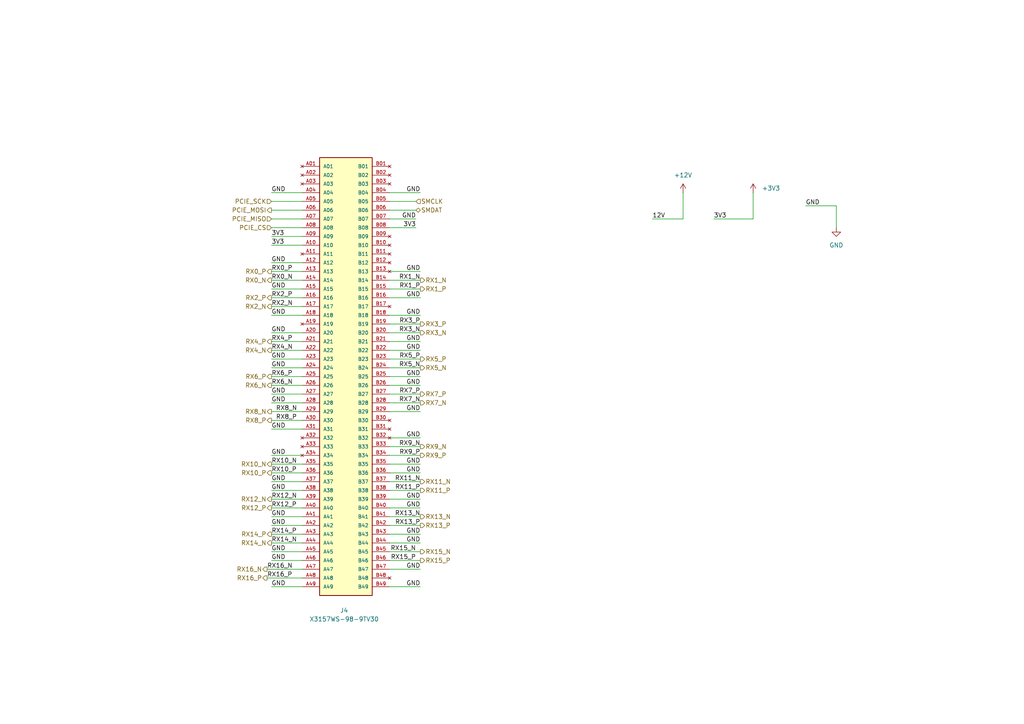
<source format=kicad_sch>
(kicad_sch
	(version 20231120)
	(generator "eeschema")
	(generator_version "8.0")
	(uuid "f89fe025-5ab8-4159-9fab-a99775c077a8")
	(paper "A4")
	(title_block
		(title "RASBB")
		(date "2025-04-06")
		(rev "B")
		(company "Mina Daneshpajouh")
	)
	(lib_symbols
		(symbol "RASBB_Library:X3126WS-98-9TV01"
			(pin_names
				(offset 1.016)
			)
			(exclude_from_sim no)
			(in_bom yes)
			(on_board yes)
			(property "Reference" "J4"
				(at -0.508 -67.818 0)
				(effects
					(font
						(size 1.27 1.27)
					)
				)
			)
			(property "Value" "X3157WS-98-9TV30"
				(at -0.508 -70.358 0)
				(effects
					(font
						(size 1.27 1.27)
					)
				)
			)
			(property "Footprint" "RASBB:SAMTEC_PCIE-098-02-X-D-EMS3"
				(at 2.032 -68.58 0)
				(effects
					(font
						(size 1.27 1.27)
					)
					(justify bottom)
					(hide yes)
				)
			)
			(property "Datasheet" "https://www.lcsc.com/datasheet/lcsc_datasheet_2305061718_XKB-Connection-X3157WS-98-9TV30_C5711253.pdf"
				(at 0 0 0)
				(effects
					(font
						(size 1.27 1.27)
					)
					(hide yes)
				)
			)
			(property "Description" "Plugin PCI / PCIe Connector ROHS"
				(at 0 0 0)
				(effects
					(font
						(size 1.27 1.27)
					)
					(hide yes)
				)
			)
			(property "MAXIMUM_PACKAGE_HEIGHT" ""
				(at 0 0 0)
				(effects
					(font
						(size 1.27 1.27)
					)
					(justify bottom)
					(hide yes)
				)
			)
			(property "Mfr. Part # " "X3157WS-98-9TV30"
				(at 0 68.58 0)
				(effects
					(font
						(size 1.27 1.27)
					)
					(hide yes)
				)
			)
			(property "LCSC Part # " "C5711253"
				(at 0 66.04 0)
				(effects
					(font
						(size 1.27 1.27)
					)
					(hide yes)
				)
			)
			(symbol "X3126WS-98-9TV01_0_0"
				(rectangle
					(start -7.62 63.5)
					(end 7.62 -63.5)
					(stroke
						(width 0.254)
						(type default)
					)
					(fill
						(type background)
					)
				)
				(pin no_connect line
					(at -12.7 60.96 0)
					(length 5.08)
					(name "A01"
						(effects
							(font
								(size 1.016 1.016)
							)
						)
					)
					(number "A01"
						(effects
							(font
								(size 1.016 1.016)
							)
						)
					)
				)
				(pin passive line
					(at -12.7 53.34 0)
					(length 5.08)
					(name "A04"
						(effects
							(font
								(size 1.016 1.016)
							)
						)
					)
					(number "A04"
						(effects
							(font
								(size 1.016 1.016)
							)
						)
					)
				)
				(pin passive line
					(at -12.7 50.8 0)
					(length 5.08)
					(name "A05"
						(effects
							(font
								(size 1.016 1.016)
							)
						)
					)
					(number "A05"
						(effects
							(font
								(size 1.016 1.016)
							)
						)
					)
				)
				(pin passive line
					(at -12.7 48.26 0)
					(length 5.08)
					(name "A06"
						(effects
							(font
								(size 1.016 1.016)
							)
						)
					)
					(number "A06"
						(effects
							(font
								(size 1.016 1.016)
							)
						)
					)
				)
				(pin passive line
					(at -12.7 45.72 0)
					(length 5.08)
					(name "A07"
						(effects
							(font
								(size 1.016 1.016)
							)
						)
					)
					(number "A07"
						(effects
							(font
								(size 1.016 1.016)
							)
						)
					)
				)
				(pin passive line
					(at -12.7 43.18 0)
					(length 5.08)
					(name "A08"
						(effects
							(font
								(size 1.016 1.016)
							)
						)
					)
					(number "A08"
						(effects
							(font
								(size 1.016 1.016)
							)
						)
					)
				)
				(pin passive line
					(at -12.7 40.64 0)
					(length 5.08)
					(name "A09"
						(effects
							(font
								(size 1.016 1.016)
							)
						)
					)
					(number "A09"
						(effects
							(font
								(size 1.016 1.016)
							)
						)
					)
				)
				(pin passive line
					(at -12.7 38.1 0)
					(length 5.08)
					(name "A10"
						(effects
							(font
								(size 1.016 1.016)
							)
						)
					)
					(number "A10"
						(effects
							(font
								(size 1.016 1.016)
							)
						)
					)
				)
				(pin no_connect line
					(at -12.7 35.56 0)
					(length 5.08)
					(name "A11"
						(effects
							(font
								(size 1.016 1.016)
							)
						)
					)
					(number "A11"
						(effects
							(font
								(size 1.016 1.016)
							)
						)
					)
				)
				(pin passive line
					(at -12.7 33.02 0)
					(length 5.08)
					(name "A12"
						(effects
							(font
								(size 1.016 1.016)
							)
						)
					)
					(number "A12"
						(effects
							(font
								(size 1.016 1.016)
							)
						)
					)
				)
				(pin passive line
					(at -12.7 30.48 0)
					(length 5.08)
					(name "A13"
						(effects
							(font
								(size 1.016 1.016)
							)
						)
					)
					(number "A13"
						(effects
							(font
								(size 1.016 1.016)
							)
						)
					)
				)
				(pin passive line
					(at -12.7 27.94 0)
					(length 5.08)
					(name "A14"
						(effects
							(font
								(size 1.016 1.016)
							)
						)
					)
					(number "A14"
						(effects
							(font
								(size 1.016 1.016)
							)
						)
					)
				)
				(pin passive line
					(at -12.7 25.4 0)
					(length 5.08)
					(name "A15"
						(effects
							(font
								(size 1.016 1.016)
							)
						)
					)
					(number "A15"
						(effects
							(font
								(size 1.016 1.016)
							)
						)
					)
				)
				(pin passive line
					(at -12.7 22.86 0)
					(length 5.08)
					(name "A16"
						(effects
							(font
								(size 1.016 1.016)
							)
						)
					)
					(number "A16"
						(effects
							(font
								(size 1.016 1.016)
							)
						)
					)
				)
				(pin passive line
					(at -12.7 20.32 0)
					(length 5.08)
					(name "A17"
						(effects
							(font
								(size 1.016 1.016)
							)
						)
					)
					(number "A17"
						(effects
							(font
								(size 1.016 1.016)
							)
						)
					)
				)
				(pin passive line
					(at -12.7 17.78 0)
					(length 5.08)
					(name "A18"
						(effects
							(font
								(size 1.016 1.016)
							)
						)
					)
					(number "A18"
						(effects
							(font
								(size 1.016 1.016)
							)
						)
					)
				)
				(pin no_connect line
					(at -12.7 15.24 0)
					(length 5.08)
					(name "A19"
						(effects
							(font
								(size 1.016 1.016)
							)
						)
					)
					(number "A19"
						(effects
							(font
								(size 1.016 1.016)
							)
						)
					)
				)
				(pin passive line
					(at -12.7 12.7 0)
					(length 5.08)
					(name "A20"
						(effects
							(font
								(size 1.016 1.016)
							)
						)
					)
					(number "A20"
						(effects
							(font
								(size 1.016 1.016)
							)
						)
					)
				)
				(pin passive line
					(at -12.7 10.16 0)
					(length 5.08)
					(name "A21"
						(effects
							(font
								(size 1.016 1.016)
							)
						)
					)
					(number "A21"
						(effects
							(font
								(size 1.016 1.016)
							)
						)
					)
				)
				(pin passive line
					(at -12.7 7.62 0)
					(length 5.08)
					(name "A22"
						(effects
							(font
								(size 1.016 1.016)
							)
						)
					)
					(number "A22"
						(effects
							(font
								(size 1.016 1.016)
							)
						)
					)
				)
				(pin passive line
					(at -12.7 5.08 0)
					(length 5.08)
					(name "A23"
						(effects
							(font
								(size 1.016 1.016)
							)
						)
					)
					(number "A23"
						(effects
							(font
								(size 1.016 1.016)
							)
						)
					)
				)
				(pin passive line
					(at -12.7 2.54 0)
					(length 5.08)
					(name "A24"
						(effects
							(font
								(size 1.016 1.016)
							)
						)
					)
					(number "A24"
						(effects
							(font
								(size 1.016 1.016)
							)
						)
					)
				)
				(pin passive line
					(at -12.7 0 0)
					(length 5.08)
					(name "A25"
						(effects
							(font
								(size 1.016 1.016)
							)
						)
					)
					(number "A25"
						(effects
							(font
								(size 1.016 1.016)
							)
						)
					)
				)
				(pin passive line
					(at -12.7 -2.54 0)
					(length 5.08)
					(name "A26"
						(effects
							(font
								(size 1.016 1.016)
							)
						)
					)
					(number "A26"
						(effects
							(font
								(size 1.016 1.016)
							)
						)
					)
				)
				(pin passive line
					(at -12.7 -5.08 0)
					(length 5.08)
					(name "A27"
						(effects
							(font
								(size 1.016 1.016)
							)
						)
					)
					(number "A27"
						(effects
							(font
								(size 1.016 1.016)
							)
						)
					)
				)
				(pin passive line
					(at -12.7 -7.62 0)
					(length 5.08)
					(name "A28"
						(effects
							(font
								(size 1.016 1.016)
							)
						)
					)
					(number "A28"
						(effects
							(font
								(size 1.016 1.016)
							)
						)
					)
				)
				(pin passive line
					(at -12.7 -10.16 0)
					(length 5.08)
					(name "A29"
						(effects
							(font
								(size 1.016 1.016)
							)
						)
					)
					(number "A29"
						(effects
							(font
								(size 1.016 1.016)
							)
						)
					)
				)
				(pin passive line
					(at -12.7 -12.7 0)
					(length 5.08)
					(name "A30"
						(effects
							(font
								(size 1.016 1.016)
							)
						)
					)
					(number "A30"
						(effects
							(font
								(size 1.016 1.016)
							)
						)
					)
				)
				(pin passive line
					(at -12.7 -15.24 0)
					(length 5.08)
					(name "A31"
						(effects
							(font
								(size 1.016 1.016)
							)
						)
					)
					(number "A31"
						(effects
							(font
								(size 1.016 1.016)
							)
						)
					)
				)
				(pin no_connect line
					(at -12.7 -17.78 0)
					(length 5.08)
					(name "A32"
						(effects
							(font
								(size 1.016 1.016)
							)
						)
					)
					(number "A32"
						(effects
							(font
								(size 1.016 1.016)
							)
						)
					)
				)
				(pin no_connect line
					(at -12.7 -20.32 0)
					(length 5.08)
					(name "A33"
						(effects
							(font
								(size 1.016 1.016)
							)
						)
					)
					(number "A33"
						(effects
							(font
								(size 1.016 1.016)
							)
						)
					)
				)
				(pin no_connect line
					(at -12.7 -22.86 0)
					(length 5.08)
					(name "A34"
						(effects
							(font
								(size 1.016 1.016)
							)
						)
					)
					(number "A34"
						(effects
							(font
								(size 1.016 1.016)
							)
						)
					)
				)
				(pin passive line
					(at -12.7 -25.4 0)
					(length 5.08)
					(name "A35"
						(effects
							(font
								(size 1.016 1.016)
							)
						)
					)
					(number "A35"
						(effects
							(font
								(size 1.016 1.016)
							)
						)
					)
				)
				(pin passive line
					(at -12.7 -27.94 0)
					(length 5.08)
					(name "A36"
						(effects
							(font
								(size 1.016 1.016)
							)
						)
					)
					(number "A36"
						(effects
							(font
								(size 1.016 1.016)
							)
						)
					)
				)
				(pin passive line
					(at -12.7 -30.48 0)
					(length 5.08)
					(name "A37"
						(effects
							(font
								(size 1.016 1.016)
							)
						)
					)
					(number "A37"
						(effects
							(font
								(size 1.016 1.016)
							)
						)
					)
				)
				(pin passive line
					(at -12.7 -33.02 0)
					(length 5.08)
					(name "A38"
						(effects
							(font
								(size 1.016 1.016)
							)
						)
					)
					(number "A38"
						(effects
							(font
								(size 1.016 1.016)
							)
						)
					)
				)
				(pin passive line
					(at -12.7 -35.56 0)
					(length 5.08)
					(name "A39"
						(effects
							(font
								(size 1.016 1.016)
							)
						)
					)
					(number "A39"
						(effects
							(font
								(size 1.016 1.016)
							)
						)
					)
				)
				(pin passive line
					(at -12.7 -38.1 0)
					(length 5.08)
					(name "A40"
						(effects
							(font
								(size 1.016 1.016)
							)
						)
					)
					(number "A40"
						(effects
							(font
								(size 1.016 1.016)
							)
						)
					)
				)
				(pin passive line
					(at -12.7 -40.64 0)
					(length 5.08)
					(name "A41"
						(effects
							(font
								(size 1.016 1.016)
							)
						)
					)
					(number "A41"
						(effects
							(font
								(size 1.016 1.016)
							)
						)
					)
				)
				(pin passive line
					(at -12.7 -43.18 0)
					(length 5.08)
					(name "A42"
						(effects
							(font
								(size 1.016 1.016)
							)
						)
					)
					(number "A42"
						(effects
							(font
								(size 1.016 1.016)
							)
						)
					)
				)
				(pin passive line
					(at -12.7 -45.72 0)
					(length 5.08)
					(name "A43"
						(effects
							(font
								(size 1.016 1.016)
							)
						)
					)
					(number "A43"
						(effects
							(font
								(size 1.016 1.016)
							)
						)
					)
				)
				(pin passive line
					(at -12.7 -48.26 0)
					(length 5.08)
					(name "A44"
						(effects
							(font
								(size 1.016 1.016)
							)
						)
					)
					(number "A44"
						(effects
							(font
								(size 1.016 1.016)
							)
						)
					)
				)
				(pin passive line
					(at -12.7 -50.8 0)
					(length 5.08)
					(name "A45"
						(effects
							(font
								(size 1.016 1.016)
							)
						)
					)
					(number "A45"
						(effects
							(font
								(size 1.016 1.016)
							)
						)
					)
				)
				(pin passive line
					(at -12.7 -53.34 0)
					(length 5.08)
					(name "A46"
						(effects
							(font
								(size 1.016 1.016)
							)
						)
					)
					(number "A46"
						(effects
							(font
								(size 1.016 1.016)
							)
						)
					)
				)
				(pin passive line
					(at -12.7 -55.88 0)
					(length 5.08)
					(name "A47"
						(effects
							(font
								(size 1.016 1.016)
							)
						)
					)
					(number "A47"
						(effects
							(font
								(size 1.016 1.016)
							)
						)
					)
				)
				(pin passive line
					(at -12.7 -58.42 0)
					(length 5.08)
					(name "A48"
						(effects
							(font
								(size 1.016 1.016)
							)
						)
					)
					(number "A48"
						(effects
							(font
								(size 1.016 1.016)
							)
						)
					)
				)
				(pin passive line
					(at -12.7 -60.96 0)
					(length 5.08)
					(name "A49"
						(effects
							(font
								(size 1.016 1.016)
							)
						)
					)
					(number "A49"
						(effects
							(font
								(size 1.016 1.016)
							)
						)
					)
				)
				(pin passive line
					(at 12.7 53.34 180)
					(length 5.08)
					(name "B04"
						(effects
							(font
								(size 1.016 1.016)
							)
						)
					)
					(number "B04"
						(effects
							(font
								(size 1.016 1.016)
							)
						)
					)
				)
				(pin passive line
					(at 12.7 50.8 180)
					(length 5.08)
					(name "B05"
						(effects
							(font
								(size 1.016 1.016)
							)
						)
					)
					(number "B05"
						(effects
							(font
								(size 1.016 1.016)
							)
						)
					)
				)
				(pin passive line
					(at 12.7 48.26 180)
					(length 5.08)
					(name "B06"
						(effects
							(font
								(size 1.016 1.016)
							)
						)
					)
					(number "B06"
						(effects
							(font
								(size 1.016 1.016)
							)
						)
					)
				)
				(pin passive line
					(at 12.7 45.72 180)
					(length 5.08)
					(name "B07"
						(effects
							(font
								(size 1.016 1.016)
							)
						)
					)
					(number "B07"
						(effects
							(font
								(size 1.016 1.016)
							)
						)
					)
				)
				(pin passive line
					(at 12.7 43.18 180)
					(length 5.08)
					(name "B08"
						(effects
							(font
								(size 1.016 1.016)
							)
						)
					)
					(number "B08"
						(effects
							(font
								(size 1.016 1.016)
							)
						)
					)
				)
				(pin no_connect line
					(at 12.7 40.64 180)
					(length 5.08)
					(name "B09"
						(effects
							(font
								(size 1.016 1.016)
							)
						)
					)
					(number "B09"
						(effects
							(font
								(size 1.016 1.016)
							)
						)
					)
				)
				(pin no_connect line
					(at 12.7 38.1 180)
					(length 5.08)
					(name "B10"
						(effects
							(font
								(size 1.016 1.016)
							)
						)
					)
					(number "B10"
						(effects
							(font
								(size 1.016 1.016)
							)
						)
					)
				)
				(pin no_connect line
					(at 12.7 35.56 180)
					(length 5.08)
					(name "B11"
						(effects
							(font
								(size 1.016 1.016)
							)
						)
					)
					(number "B11"
						(effects
							(font
								(size 1.016 1.016)
							)
						)
					)
				)
				(pin no_connect line
					(at 12.7 33.02 180)
					(length 5.08)
					(name "B12"
						(effects
							(font
								(size 1.016 1.016)
							)
						)
					)
					(number "B12"
						(effects
							(font
								(size 1.016 1.016)
							)
						)
					)
				)
				(pin no_connect line
					(at 12.7 30.48 180)
					(length 5.08)
					(name "B13"
						(effects
							(font
								(size 1.016 1.016)
							)
						)
					)
					(number "B13"
						(effects
							(font
								(size 1.016 1.016)
							)
						)
					)
				)
				(pin passive line
					(at 12.7 27.94 180)
					(length 5.08)
					(name "B14"
						(effects
							(font
								(size 1.016 1.016)
							)
						)
					)
					(number "B14"
						(effects
							(font
								(size 1.016 1.016)
							)
						)
					)
				)
				(pin passive line
					(at 12.7 25.4 180)
					(length 5.08)
					(name "B15"
						(effects
							(font
								(size 1.016 1.016)
							)
						)
					)
					(number "B15"
						(effects
							(font
								(size 1.016 1.016)
							)
						)
					)
				)
				(pin passive line
					(at 12.7 22.86 180)
					(length 5.08)
					(name "B16"
						(effects
							(font
								(size 1.016 1.016)
							)
						)
					)
					(number "B16"
						(effects
							(font
								(size 1.016 1.016)
							)
						)
					)
				)
				(pin no_connect line
					(at 12.7 20.32 180)
					(length 5.08)
					(name "B17"
						(effects
							(font
								(size 1.016 1.016)
							)
						)
					)
					(number "B17"
						(effects
							(font
								(size 1.016 1.016)
							)
						)
					)
				)
				(pin passive line
					(at 12.7 17.78 180)
					(length 5.08)
					(name "B18"
						(effects
							(font
								(size 1.016 1.016)
							)
						)
					)
					(number "B18"
						(effects
							(font
								(size 1.016 1.016)
							)
						)
					)
				)
				(pin passive line
					(at 12.7 15.24 180)
					(length 5.08)
					(name "B19"
						(effects
							(font
								(size 1.016 1.016)
							)
						)
					)
					(number "B19"
						(effects
							(font
								(size 1.016 1.016)
							)
						)
					)
				)
				(pin passive line
					(at 12.7 12.7 180)
					(length 5.08)
					(name "B20"
						(effects
							(font
								(size 1.016 1.016)
							)
						)
					)
					(number "B20"
						(effects
							(font
								(size 1.016 1.016)
							)
						)
					)
				)
				(pin passive line
					(at 12.7 10.16 180)
					(length 5.08)
					(name "B21"
						(effects
							(font
								(size 1.016 1.016)
							)
						)
					)
					(number "B21"
						(effects
							(font
								(size 1.016 1.016)
							)
						)
					)
				)
				(pin passive line
					(at 12.7 7.62 180)
					(length 5.08)
					(name "B22"
						(effects
							(font
								(size 1.016 1.016)
							)
						)
					)
					(number "B22"
						(effects
							(font
								(size 1.016 1.016)
							)
						)
					)
				)
				(pin passive line
					(at 12.7 5.08 180)
					(length 5.08)
					(name "B23"
						(effects
							(font
								(size 1.016 1.016)
							)
						)
					)
					(number "B23"
						(effects
							(font
								(size 1.016 1.016)
							)
						)
					)
				)
				(pin passive line
					(at 12.7 2.54 180)
					(length 5.08)
					(name "B24"
						(effects
							(font
								(size 1.016 1.016)
							)
						)
					)
					(number "B24"
						(effects
							(font
								(size 1.016 1.016)
							)
						)
					)
				)
				(pin passive line
					(at 12.7 0 180)
					(length 5.08)
					(name "B25"
						(effects
							(font
								(size 1.016 1.016)
							)
						)
					)
					(number "B25"
						(effects
							(font
								(size 1.016 1.016)
							)
						)
					)
				)
				(pin passive line
					(at 12.7 -2.54 180)
					(length 5.08)
					(name "B26"
						(effects
							(font
								(size 1.016 1.016)
							)
						)
					)
					(number "B26"
						(effects
							(font
								(size 1.016 1.016)
							)
						)
					)
				)
				(pin passive line
					(at 12.7 -5.08 180)
					(length 5.08)
					(name "B27"
						(effects
							(font
								(size 1.016 1.016)
							)
						)
					)
					(number "B27"
						(effects
							(font
								(size 1.016 1.016)
							)
						)
					)
				)
				(pin passive line
					(at 12.7 -7.62 180)
					(length 5.08)
					(name "B28"
						(effects
							(font
								(size 1.016 1.016)
							)
						)
					)
					(number "B28"
						(effects
							(font
								(size 1.016 1.016)
							)
						)
					)
				)
				(pin passive line
					(at 12.7 -10.16 180)
					(length 5.08)
					(name "B29"
						(effects
							(font
								(size 1.016 1.016)
							)
						)
					)
					(number "B29"
						(effects
							(font
								(size 1.016 1.016)
							)
						)
					)
				)
				(pin no_connect line
					(at 12.7 -12.7 180)
					(length 5.08)
					(name "B30"
						(effects
							(font
								(size 1.016 1.016)
							)
						)
					)
					(number "B30"
						(effects
							(font
								(size 1.016 1.016)
							)
						)
					)
				)
				(pin no_connect line
					(at 12.7 -15.24 180)
					(length 5.08)
					(name "B31"
						(effects
							(font
								(size 1.016 1.016)
							)
						)
					)
					(number "B31"
						(effects
							(font
								(size 1.016 1.016)
							)
						)
					)
				)
				(pin no_connect line
					(at 12.7 -17.78 180)
					(length 5.08)
					(name "B32"
						(effects
							(font
								(size 1.016 1.016)
							)
						)
					)
					(number "B32"
						(effects
							(font
								(size 1.016 1.016)
							)
						)
					)
				)
				(pin passive line
					(at 12.7 -20.32 180)
					(length 5.08)
					(name "B33"
						(effects
							(font
								(size 1.016 1.016)
							)
						)
					)
					(number "B33"
						(effects
							(font
								(size 1.016 1.016)
							)
						)
					)
				)
				(pin passive line
					(at 12.7 -22.86 180)
					(length 5.08)
					(name "B34"
						(effects
							(font
								(size 1.016 1.016)
							)
						)
					)
					(number "B34"
						(effects
							(font
								(size 1.016 1.016)
							)
						)
					)
				)
				(pin passive line
					(at 12.7 -25.4 180)
					(length 5.08)
					(name "B35"
						(effects
							(font
								(size 1.016 1.016)
							)
						)
					)
					(number "B35"
						(effects
							(font
								(size 1.016 1.016)
							)
						)
					)
				)
				(pin passive line
					(at 12.7 -27.94 180)
					(length 5.08)
					(name "B36"
						(effects
							(font
								(size 1.016 1.016)
							)
						)
					)
					(number "B36"
						(effects
							(font
								(size 1.016 1.016)
							)
						)
					)
				)
				(pin passive line
					(at 12.7 -30.48 180)
					(length 5.08)
					(name "B37"
						(effects
							(font
								(size 1.016 1.016)
							)
						)
					)
					(number "B37"
						(effects
							(font
								(size 1.016 1.016)
							)
						)
					)
				)
				(pin passive line
					(at 12.7 -33.02 180)
					(length 5.08)
					(name "B38"
						(effects
							(font
								(size 1.016 1.016)
							)
						)
					)
					(number "B38"
						(effects
							(font
								(size 1.016 1.016)
							)
						)
					)
				)
				(pin passive line
					(at 12.7 -35.56 180)
					(length 5.08)
					(name "B39"
						(effects
							(font
								(size 1.016 1.016)
							)
						)
					)
					(number "B39"
						(effects
							(font
								(size 1.016 1.016)
							)
						)
					)
				)
				(pin passive line
					(at 12.7 -38.1 180)
					(length 5.08)
					(name "B40"
						(effects
							(font
								(size 1.016 1.016)
							)
						)
					)
					(number "B40"
						(effects
							(font
								(size 1.016 1.016)
							)
						)
					)
				)
				(pin passive line
					(at 12.7 -40.64 180)
					(length 5.08)
					(name "B41"
						(effects
							(font
								(size 1.016 1.016)
							)
						)
					)
					(number "B41"
						(effects
							(font
								(size 1.016 1.016)
							)
						)
					)
				)
				(pin passive line
					(at 12.7 -43.18 180)
					(length 5.08)
					(name "B42"
						(effects
							(font
								(size 1.016 1.016)
							)
						)
					)
					(number "B42"
						(effects
							(font
								(size 1.016 1.016)
							)
						)
					)
				)
				(pin passive line
					(at 12.7 -45.72 180)
					(length 5.08)
					(name "B43"
						(effects
							(font
								(size 1.016 1.016)
							)
						)
					)
					(number "B43"
						(effects
							(font
								(size 1.016 1.016)
							)
						)
					)
				)
				(pin passive line
					(at 12.7 -48.26 180)
					(length 5.08)
					(name "B44"
						(effects
							(font
								(size 1.016 1.016)
							)
						)
					)
					(number "B44"
						(effects
							(font
								(size 1.016 1.016)
							)
						)
					)
				)
				(pin passive line
					(at 12.7 -50.8 180)
					(length 5.08)
					(name "B45"
						(effects
							(font
								(size 1.016 1.016)
							)
						)
					)
					(number "B45"
						(effects
							(font
								(size 1.016 1.016)
							)
						)
					)
				)
				(pin passive line
					(at 12.7 -53.34 180)
					(length 5.08)
					(name "B46"
						(effects
							(font
								(size 1.016 1.016)
							)
						)
					)
					(number "B46"
						(effects
							(font
								(size 1.016 1.016)
							)
						)
					)
				)
				(pin passive line
					(at 12.7 -55.88 180)
					(length 5.08)
					(name "B47"
						(effects
							(font
								(size 1.016 1.016)
							)
						)
					)
					(number "B47"
						(effects
							(font
								(size 1.016 1.016)
							)
						)
					)
				)
				(pin no_connect line
					(at 12.7 -58.42 180)
					(length 5.08)
					(name "B48"
						(effects
							(font
								(size 1.016 1.016)
							)
						)
					)
					(number "B48"
						(effects
							(font
								(size 1.016 1.016)
							)
						)
					)
				)
				(pin passive line
					(at 12.7 -60.96 180)
					(length 5.08)
					(name "B49"
						(effects
							(font
								(size 1.016 1.016)
							)
						)
					)
					(number "B49"
						(effects
							(font
								(size 1.016 1.016)
							)
						)
					)
				)
			)
			(symbol "X3126WS-98-9TV01_1_0"
				(pin no_connect line
					(at -12.7 58.42 0)
					(length 5.08)
					(name "A02"
						(effects
							(font
								(size 1.016 1.016)
							)
						)
					)
					(number "A02"
						(effects
							(font
								(size 1.016 1.016)
							)
						)
					)
				)
				(pin no_connect line
					(at -12.7 55.88 0)
					(length 5.08)
					(name "A03"
						(effects
							(font
								(size 1.016 1.016)
							)
						)
					)
					(number "A03"
						(effects
							(font
								(size 1.016 1.016)
							)
						)
					)
				)
				(pin no_connect line
					(at 12.7 60.96 180)
					(length 5.08)
					(name "B01"
						(effects
							(font
								(size 1.016 1.016)
							)
						)
					)
					(number "B01"
						(effects
							(font
								(size 1.016 1.016)
							)
						)
					)
				)
				(pin no_connect line
					(at 12.7 58.42 180)
					(length 5.08)
					(name "B02"
						(effects
							(font
								(size 1.016 1.016)
							)
						)
					)
					(number "B02"
						(effects
							(font
								(size 1.016 1.016)
							)
						)
					)
				)
				(pin no_connect line
					(at 12.7 55.88 180)
					(length 5.08)
					(name "B03"
						(effects
							(font
								(size 1.016 1.016)
							)
						)
					)
					(number "B03"
						(effects
							(font
								(size 1.016 1.016)
							)
						)
					)
				)
			)
		)
		(symbol "power:+12V"
			(power)
			(pin_numbers hide)
			(pin_names
				(offset 0) hide)
			(exclude_from_sim no)
			(in_bom yes)
			(on_board yes)
			(property "Reference" "#PWR"
				(at 0 -3.81 0)
				(effects
					(font
						(size 1.27 1.27)
					)
					(hide yes)
				)
			)
			(property "Value" "+12V"
				(at 0 3.556 0)
				(effects
					(font
						(size 1.27 1.27)
					)
				)
			)
			(property "Footprint" ""
				(at 0 0 0)
				(effects
					(font
						(size 1.27 1.27)
					)
					(hide yes)
				)
			)
			(property "Datasheet" ""
				(at 0 0 0)
				(effects
					(font
						(size 1.27 1.27)
					)
					(hide yes)
				)
			)
			(property "Description" "Power symbol creates a global label with name \"+12V\""
				(at 0 0 0)
				(effects
					(font
						(size 1.27 1.27)
					)
					(hide yes)
				)
			)
			(property "ki_keywords" "global power"
				(at 0 0 0)
				(effects
					(font
						(size 1.27 1.27)
					)
					(hide yes)
				)
			)
			(symbol "+12V_0_1"
				(polyline
					(pts
						(xy -0.762 1.27) (xy 0 2.54)
					)
					(stroke
						(width 0)
						(type default)
					)
					(fill
						(type none)
					)
				)
				(polyline
					(pts
						(xy 0 0) (xy 0 2.54)
					)
					(stroke
						(width 0)
						(type default)
					)
					(fill
						(type none)
					)
				)
				(polyline
					(pts
						(xy 0 2.54) (xy 0.762 1.27)
					)
					(stroke
						(width 0)
						(type default)
					)
					(fill
						(type none)
					)
				)
			)
			(symbol "+12V_1_1"
				(pin power_in line
					(at 0 0 90)
					(length 0)
					(name "~"
						(effects
							(font
								(size 1.27 1.27)
							)
						)
					)
					(number "1"
						(effects
							(font
								(size 1.27 1.27)
							)
						)
					)
				)
			)
		)
		(symbol "power:+3.3V"
			(power)
			(pin_numbers hide)
			(pin_names
				(offset 0) hide)
			(exclude_from_sim no)
			(in_bom yes)
			(on_board yes)
			(property "Reference" "#PWR"
				(at 0 -3.81 0)
				(effects
					(font
						(size 1.27 1.27)
					)
					(hide yes)
				)
			)
			(property "Value" "+3.3V"
				(at 0 3.556 0)
				(effects
					(font
						(size 1.27 1.27)
					)
				)
			)
			(property "Footprint" ""
				(at 0 0 0)
				(effects
					(font
						(size 1.27 1.27)
					)
					(hide yes)
				)
			)
			(property "Datasheet" ""
				(at 0 0 0)
				(effects
					(font
						(size 1.27 1.27)
					)
					(hide yes)
				)
			)
			(property "Description" "Power symbol creates a global label with name \"+3.3V\""
				(at 0 0 0)
				(effects
					(font
						(size 1.27 1.27)
					)
					(hide yes)
				)
			)
			(property "ki_keywords" "global power"
				(at 0 0 0)
				(effects
					(font
						(size 1.27 1.27)
					)
					(hide yes)
				)
			)
			(symbol "+3.3V_0_1"
				(polyline
					(pts
						(xy -0.762 1.27) (xy 0 2.54)
					)
					(stroke
						(width 0)
						(type default)
					)
					(fill
						(type none)
					)
				)
				(polyline
					(pts
						(xy 0 0) (xy 0 2.54)
					)
					(stroke
						(width 0)
						(type default)
					)
					(fill
						(type none)
					)
				)
				(polyline
					(pts
						(xy 0 2.54) (xy 0.762 1.27)
					)
					(stroke
						(width 0)
						(type default)
					)
					(fill
						(type none)
					)
				)
			)
			(symbol "+3.3V_1_1"
				(pin power_in line
					(at 0 0 90)
					(length 0)
					(name "~"
						(effects
							(font
								(size 1.27 1.27)
							)
						)
					)
					(number "1"
						(effects
							(font
								(size 1.27 1.27)
							)
						)
					)
				)
			)
		)
		(symbol "power:GND"
			(power)
			(pin_numbers hide)
			(pin_names
				(offset 0) hide)
			(exclude_from_sim no)
			(in_bom yes)
			(on_board yes)
			(property "Reference" "#PWR"
				(at 0 -6.35 0)
				(effects
					(font
						(size 1.27 1.27)
					)
					(hide yes)
				)
			)
			(property "Value" "GND"
				(at 0 -3.81 0)
				(effects
					(font
						(size 1.27 1.27)
					)
				)
			)
			(property "Footprint" ""
				(at 0 0 0)
				(effects
					(font
						(size 1.27 1.27)
					)
					(hide yes)
				)
			)
			(property "Datasheet" ""
				(at 0 0 0)
				(effects
					(font
						(size 1.27 1.27)
					)
					(hide yes)
				)
			)
			(property "Description" "Power symbol creates a global label with name \"GND\" , ground"
				(at 0 0 0)
				(effects
					(font
						(size 1.27 1.27)
					)
					(hide yes)
				)
			)
			(property "ki_keywords" "global power"
				(at 0 0 0)
				(effects
					(font
						(size 1.27 1.27)
					)
					(hide yes)
				)
			)
			(symbol "GND_0_1"
				(polyline
					(pts
						(xy 0 0) (xy 0 -1.27) (xy 1.27 -1.27) (xy 0 -2.54) (xy -1.27 -1.27) (xy 0 -1.27)
					)
					(stroke
						(width 0)
						(type default)
					)
					(fill
						(type none)
					)
				)
			)
			(symbol "GND_1_1"
				(pin power_in line
					(at 0 0 270)
					(length 0)
					(name "~"
						(effects
							(font
								(size 1.27 1.27)
							)
						)
					)
					(number "1"
						(effects
							(font
								(size 1.27 1.27)
							)
						)
					)
				)
			)
		)
	)
	(wire
		(pts
			(xy 78.74 119.38) (xy 87.63 119.38)
		)
		(stroke
			(width 0)
			(type default)
		)
		(uuid "01647bf2-8351-48cd-b66b-6d2634d5e39b")
	)
	(wire
		(pts
			(xy 113.03 157.48) (xy 121.92 157.48)
		)
		(stroke
			(width 0)
			(type default)
		)
		(uuid "058abd48-2a65-42fe-9103-1b7d10e0372b")
	)
	(wire
		(pts
			(xy 121.92 142.24) (xy 113.03 142.24)
		)
		(stroke
			(width 0)
			(type default)
		)
		(uuid "08c20661-f3fb-4e87-829d-d38d57a49a24")
	)
	(wire
		(pts
			(xy 78.74 109.22) (xy 87.63 109.22)
		)
		(stroke
			(width 0)
			(type default)
		)
		(uuid "09d01d81-653e-4451-a343-c1af2c772e54")
	)
	(wire
		(pts
			(xy 121.92 114.3) (xy 113.03 114.3)
		)
		(stroke
			(width 0)
			(type default)
		)
		(uuid "0f3d6d4e-2182-48a2-b90d-b2b1a7df6f43")
	)
	(wire
		(pts
			(xy 77.47 165.1) (xy 87.63 165.1)
		)
		(stroke
			(width 0)
			(type default)
		)
		(uuid "1085a283-10b7-4503-8b0a-8f3f4e99f473")
	)
	(wire
		(pts
			(xy 113.03 66.04) (xy 120.65 66.04)
		)
		(stroke
			(width 0)
			(type default)
		)
		(uuid "15e7f17c-0129-4081-8f98-63d8fdff4c99")
	)
	(wire
		(pts
			(xy 113.03 78.74) (xy 121.92 78.74)
		)
		(stroke
			(width 0)
			(type default)
		)
		(uuid "194938e7-2947-4edf-b344-ef4faaa48ea3")
	)
	(wire
		(pts
			(xy 78.74 96.52) (xy 87.63 96.52)
		)
		(stroke
			(width 0)
			(type default)
		)
		(uuid "1b552988-286e-4dc6-838c-2225eb0b74dd")
	)
	(wire
		(pts
			(xy 78.74 111.76) (xy 87.63 111.76)
		)
		(stroke
			(width 0)
			(type default)
		)
		(uuid "2674eaae-c1a8-4cdc-b386-0ca98041c0ff")
	)
	(wire
		(pts
			(xy 78.74 154.94) (xy 87.63 154.94)
		)
		(stroke
			(width 0)
			(type default)
		)
		(uuid "2d6f28d1-2f47-4e63-b64e-af0e6ddc5dfe")
	)
	(wire
		(pts
			(xy 78.74 88.9) (xy 87.63 88.9)
		)
		(stroke
			(width 0)
			(type default)
		)
		(uuid "33829fb7-18b0-4668-912f-2f9f784dafe5")
	)
	(wire
		(pts
			(xy 113.03 99.06) (xy 121.92 99.06)
		)
		(stroke
			(width 0)
			(type default)
		)
		(uuid "339ee9fe-a385-4bb5-a7ea-a3ada9b494a3")
	)
	(wire
		(pts
			(xy 78.74 104.14) (xy 87.63 104.14)
		)
		(stroke
			(width 0)
			(type default)
		)
		(uuid "344bf690-07e7-420e-b19f-a2ef06d92380")
	)
	(wire
		(pts
			(xy 78.74 68.58) (xy 87.63 68.58)
		)
		(stroke
			(width 0)
			(type default)
		)
		(uuid "3619392e-3222-4ea5-8569-40bb5a931f44")
	)
	(wire
		(pts
			(xy 78.74 121.92) (xy 87.63 121.92)
		)
		(stroke
			(width 0)
			(type default)
		)
		(uuid "38dc23f9-2b9f-4008-a6f9-e81e641b5b2b")
	)
	(wire
		(pts
			(xy 78.74 137.16) (xy 87.63 137.16)
		)
		(stroke
			(width 0)
			(type default)
		)
		(uuid "3b980ef2-d1aa-42ae-b257-bc119241124b")
	)
	(wire
		(pts
			(xy 78.74 66.04) (xy 87.63 66.04)
		)
		(stroke
			(width 0)
			(type default)
		)
		(uuid "3dab08e6-f41f-4f8e-a247-72b2cf673e6a")
	)
	(wire
		(pts
			(xy 113.03 137.16) (xy 121.92 137.16)
		)
		(stroke
			(width 0)
			(type default)
		)
		(uuid "41a6011e-94ad-4efa-8789-3afb49517009")
	)
	(wire
		(pts
			(xy 78.74 101.6) (xy 87.63 101.6)
		)
		(stroke
			(width 0)
			(type default)
		)
		(uuid "41e9c485-7185-4349-b517-d6b13830a944")
	)
	(wire
		(pts
			(xy 113.03 154.94) (xy 121.92 154.94)
		)
		(stroke
			(width 0)
			(type default)
		)
		(uuid "430b4b9c-a6ba-453f-a879-a36759e06183")
	)
	(wire
		(pts
			(xy 78.74 144.78) (xy 87.63 144.78)
		)
		(stroke
			(width 0)
			(type default)
		)
		(uuid "47d1db2d-0485-4be5-b6eb-db1eef4a5f3a")
	)
	(wire
		(pts
			(xy 121.92 106.68) (xy 113.03 106.68)
		)
		(stroke
			(width 0)
			(type default)
		)
		(uuid "4c47785f-7203-4234-b0e2-8bff259f92ae")
	)
	(wire
		(pts
			(xy 78.74 76.2) (xy 87.63 76.2)
		)
		(stroke
			(width 0)
			(type default)
		)
		(uuid "51104584-4eb3-43e4-ac65-af9c696e67c4")
	)
	(wire
		(pts
			(xy 78.74 58.42) (xy 87.63 58.42)
		)
		(stroke
			(width 0)
			(type default)
		)
		(uuid "51bcd8e6-2d26-4592-bb2a-ffa8e8818696")
	)
	(wire
		(pts
			(xy 189.23 63.5) (xy 198.12 63.5)
		)
		(stroke
			(width 0)
			(type default)
		)
		(uuid "53522334-33fc-4de0-b8d4-167da88fb953")
	)
	(wire
		(pts
			(xy 218.44 55.88) (xy 218.44 63.5)
		)
		(stroke
			(width 0)
			(type default)
		)
		(uuid "55f55a23-d0c2-495b-af36-e8e96ea4c6e9")
	)
	(wire
		(pts
			(xy 198.12 55.88) (xy 198.12 63.5)
		)
		(stroke
			(width 0)
			(type default)
		)
		(uuid "59996835-749b-4925-b2c7-efc65e6cec43")
	)
	(wire
		(pts
			(xy 78.74 55.88) (xy 87.63 55.88)
		)
		(stroke
			(width 0)
			(type default)
		)
		(uuid "5d86a500-f101-4d03-b0df-7eb1ec402b9c")
	)
	(wire
		(pts
			(xy 113.03 134.62) (xy 121.92 134.62)
		)
		(stroke
			(width 0)
			(type default)
		)
		(uuid "6551cb17-5463-42a5-a542-5d244b8b6694")
	)
	(wire
		(pts
			(xy 113.03 109.22) (xy 121.92 109.22)
		)
		(stroke
			(width 0)
			(type default)
		)
		(uuid "664bee97-9aef-4b6b-9ff3-bf42524d21e0")
	)
	(wire
		(pts
			(xy 113.03 60.96) (xy 120.65 60.96)
		)
		(stroke
			(width 0)
			(type default)
		)
		(uuid "672502c8-dcf2-4c46-be39-8e40b1571778")
	)
	(wire
		(pts
			(xy 78.74 60.96) (xy 87.63 60.96)
		)
		(stroke
			(width 0)
			(type default)
		)
		(uuid "6756f499-12c1-4bff-9b45-856020b5352f")
	)
	(wire
		(pts
			(xy 121.92 149.86) (xy 113.03 149.86)
		)
		(stroke
			(width 0)
			(type default)
		)
		(uuid "69fa5341-27fe-4a4a-aecf-596634b64e2e")
	)
	(wire
		(pts
			(xy 113.03 170.18) (xy 121.92 170.18)
		)
		(stroke
			(width 0)
			(type default)
		)
		(uuid "6f24e075-b550-41c9-99eb-706a83f97599")
	)
	(wire
		(pts
			(xy 121.92 104.14) (xy 113.03 104.14)
		)
		(stroke
			(width 0)
			(type default)
		)
		(uuid "7174cbc5-f364-4dd9-9a46-3d4e24c779fa")
	)
	(wire
		(pts
			(xy 113.03 91.44) (xy 121.92 91.44)
		)
		(stroke
			(width 0)
			(type default)
		)
		(uuid "7237fb6c-ada8-4dad-8a15-718f46809a9f")
	)
	(wire
		(pts
			(xy 113.03 63.5) (xy 120.65 63.5)
		)
		(stroke
			(width 0)
			(type default)
		)
		(uuid "73b703e3-c4a2-4788-a3ed-b174a50480dc")
	)
	(wire
		(pts
			(xy 77.47 167.64) (xy 87.63 167.64)
		)
		(stroke
			(width 0)
			(type default)
		)
		(uuid "75650622-caa4-431c-9fce-420646927aab")
	)
	(wire
		(pts
			(xy 78.74 134.62) (xy 87.63 134.62)
		)
		(stroke
			(width 0)
			(type default)
		)
		(uuid "77307611-2486-4386-82b7-ef8180c6a54e")
	)
	(wire
		(pts
			(xy 121.92 96.52) (xy 113.03 96.52)
		)
		(stroke
			(width 0)
			(type default)
		)
		(uuid "7f087bb7-24b2-4713-8e06-0117a0eb3fba")
	)
	(wire
		(pts
			(xy 207.01 63.5) (xy 218.44 63.5)
		)
		(stroke
			(width 0)
			(type default)
		)
		(uuid "83a77fa6-48bf-462b-8065-1246691163f5")
	)
	(wire
		(pts
			(xy 113.03 147.32) (xy 121.92 147.32)
		)
		(stroke
			(width 0)
			(type default)
		)
		(uuid "88e08993-0be0-4cc1-854d-393f265c17e8")
	)
	(wire
		(pts
			(xy 121.92 132.08) (xy 113.03 132.08)
		)
		(stroke
			(width 0)
			(type default)
		)
		(uuid "8a150eb0-e1c3-46da-bd0c-9707fe931b8f")
	)
	(wire
		(pts
			(xy 78.74 116.84) (xy 87.63 116.84)
		)
		(stroke
			(width 0)
			(type default)
		)
		(uuid "8ab8f4ac-1ca5-42b2-a07b-6c5eedfab5c6")
	)
	(wire
		(pts
			(xy 78.74 114.3) (xy 87.63 114.3)
		)
		(stroke
			(width 0)
			(type default)
		)
		(uuid "8af22e84-0dd3-4998-aee7-4f13a2c6134d")
	)
	(wire
		(pts
			(xy 113.03 86.36) (xy 121.92 86.36)
		)
		(stroke
			(width 0)
			(type default)
		)
		(uuid "8badf791-2860-4696-a3fa-b28860f4ed1b")
	)
	(wire
		(pts
			(xy 113.03 152.4) (xy 121.92 152.4)
		)
		(stroke
			(width 0)
			(type default)
		)
		(uuid "90e056a0-e3c8-4bef-a02a-199b9444d3e0")
	)
	(wire
		(pts
			(xy 78.74 157.48) (xy 87.63 157.48)
		)
		(stroke
			(width 0)
			(type default)
		)
		(uuid "91807d70-445c-4d2f-baff-3e8862c2ee0d")
	)
	(wire
		(pts
			(xy 121.92 116.84) (xy 113.03 116.84)
		)
		(stroke
			(width 0)
			(type default)
		)
		(uuid "937b6580-4695-4c6f-8e86-30b44568db5f")
	)
	(wire
		(pts
			(xy 113.03 162.56) (xy 121.92 162.56)
		)
		(stroke
			(width 0)
			(type default)
		)
		(uuid "951e7ca7-b239-4bfa-8ac2-1e27deadecc9")
	)
	(wire
		(pts
			(xy 113.03 55.88) (xy 121.92 55.88)
		)
		(stroke
			(width 0)
			(type default)
		)
		(uuid "9795d458-f2d7-42f0-8de3-1ab74f1e34c1")
	)
	(wire
		(pts
			(xy 78.74 86.36) (xy 87.63 86.36)
		)
		(stroke
			(width 0)
			(type default)
		)
		(uuid "98069f06-56c0-47b7-be92-7eda70801188")
	)
	(wire
		(pts
			(xy 113.03 58.42) (xy 120.65 58.42)
		)
		(stroke
			(width 0)
			(type default)
		)
		(uuid "a559db1a-c24c-4a4c-8c83-7e051cca4a0b")
	)
	(wire
		(pts
			(xy 78.74 139.7) (xy 87.63 139.7)
		)
		(stroke
			(width 0)
			(type default)
		)
		(uuid "a63d0170-4428-48d5-bf75-785faaf4c66d")
	)
	(wire
		(pts
			(xy 233.68 59.69) (xy 242.57 59.69)
		)
		(stroke
			(width 0)
			(type default)
		)
		(uuid "a6de698d-5c1a-48d0-9a95-359f5ee0e900")
	)
	(wire
		(pts
			(xy 78.74 78.74) (xy 87.63 78.74)
		)
		(stroke
			(width 0)
			(type default)
		)
		(uuid "a6ebf590-2c8e-4885-8331-bdbf271694c3")
	)
	(wire
		(pts
			(xy 121.92 139.7) (xy 113.03 139.7)
		)
		(stroke
			(width 0)
			(type default)
		)
		(uuid "ac4203e8-17f7-499d-8a83-049a852936bb")
	)
	(wire
		(pts
			(xy 78.74 152.4) (xy 87.63 152.4)
		)
		(stroke
			(width 0)
			(type default)
		)
		(uuid "b06e2540-3539-4fb2-8950-eb41338bb978")
	)
	(wire
		(pts
			(xy 113.03 119.38) (xy 121.92 119.38)
		)
		(stroke
			(width 0)
			(type default)
		)
		(uuid "b18c7855-e960-4521-8aa9-b168d7189213")
	)
	(wire
		(pts
			(xy 121.92 129.54) (xy 113.03 129.54)
		)
		(stroke
			(width 0)
			(type default)
		)
		(uuid "b45c9c69-e283-4997-aadc-790ba4818a00")
	)
	(wire
		(pts
			(xy 78.74 91.44) (xy 87.63 91.44)
		)
		(stroke
			(width 0)
			(type default)
		)
		(uuid "b53c173a-5a25-4aaf-ae81-5a43509a3845")
	)
	(wire
		(pts
			(xy 78.74 147.32) (xy 87.63 147.32)
		)
		(stroke
			(width 0)
			(type default)
		)
		(uuid "ba7c3a0a-0d4e-4994-9dd7-a24372e94d65")
	)
	(wire
		(pts
			(xy 78.74 162.56) (xy 87.63 162.56)
		)
		(stroke
			(width 0)
			(type default)
		)
		(uuid "bb63a5c4-316e-494a-b31b-39cc22c2049e")
	)
	(wire
		(pts
			(xy 78.74 132.08) (xy 87.63 132.08)
		)
		(stroke
			(width 0)
			(type default)
		)
		(uuid "bc2d034d-2caa-4122-bc54-8048835ae55d")
	)
	(wire
		(pts
			(xy 113.03 101.6) (xy 121.92 101.6)
		)
		(stroke
			(width 0)
			(type default)
		)
		(uuid "bf3a0c2f-1619-4de8-8233-151c0e372941")
	)
	(wire
		(pts
			(xy 78.74 99.06) (xy 87.63 99.06)
		)
		(stroke
			(width 0)
			(type default)
		)
		(uuid "c459d476-de81-44f7-9b4a-6e0512a67b95")
	)
	(wire
		(pts
			(xy 113.03 127) (xy 121.92 127)
		)
		(stroke
			(width 0)
			(type default)
		)
		(uuid "c7a9b437-d514-447a-a2d9-4e2658574723")
	)
	(wire
		(pts
			(xy 78.74 124.46) (xy 87.63 124.46)
		)
		(stroke
			(width 0)
			(type default)
		)
		(uuid "c9f2ce8d-dacd-44c7-8af3-75ecea980dac")
	)
	(wire
		(pts
			(xy 78.74 81.28) (xy 87.63 81.28)
		)
		(stroke
			(width 0)
			(type default)
		)
		(uuid "ce270747-7bd6-45d1-9b36-c8911f174afb")
	)
	(wire
		(pts
			(xy 78.74 149.86) (xy 87.63 149.86)
		)
		(stroke
			(width 0)
			(type default)
		)
		(uuid "cf2235ae-745c-4d81-8e60-8c88c1eccc5e")
	)
	(wire
		(pts
			(xy 121.92 83.82) (xy 113.03 83.82)
		)
		(stroke
			(width 0)
			(type default)
		)
		(uuid "d74db90e-c4e4-4e44-9c1a-f3aa5cf2544f")
	)
	(wire
		(pts
			(xy 113.03 165.1) (xy 121.92 165.1)
		)
		(stroke
			(width 0)
			(type default)
		)
		(uuid "d894cb0d-9de9-4547-992c-7a7c714310d2")
	)
	(wire
		(pts
			(xy 78.74 160.02) (xy 87.63 160.02)
		)
		(stroke
			(width 0)
			(type default)
		)
		(uuid "d9b9ee3a-9a99-4dd1-8650-57ef2bcbdec7")
	)
	(wire
		(pts
			(xy 242.57 59.69) (xy 242.57 66.04)
		)
		(stroke
			(width 0)
			(type default)
		)
		(uuid "dacf43ca-ccc3-41ff-8a01-6b62a8b0f198")
	)
	(wire
		(pts
			(xy 78.74 142.24) (xy 87.63 142.24)
		)
		(stroke
			(width 0)
			(type default)
		)
		(uuid "dc66f46d-9b01-4d33-a6d1-e82c14e83a64")
	)
	(wire
		(pts
			(xy 78.74 170.18) (xy 87.63 170.18)
		)
		(stroke
			(width 0)
			(type default)
		)
		(uuid "dd36be79-aff6-4bb9-8f6f-fa6d64784797")
	)
	(wire
		(pts
			(xy 113.03 111.76) (xy 121.92 111.76)
		)
		(stroke
			(width 0)
			(type default)
		)
		(uuid "e1b23682-a9f9-4fb0-8633-c075f4132879")
	)
	(wire
		(pts
			(xy 113.03 144.78) (xy 121.92 144.78)
		)
		(stroke
			(width 0)
			(type default)
		)
		(uuid "e3f7ef56-c688-48cf-80e6-8f280265f300")
	)
	(wire
		(pts
			(xy 78.74 63.5) (xy 87.63 63.5)
		)
		(stroke
			(width 0)
			(type default)
		)
		(uuid "e5ec62aa-568d-4ab0-b0ff-3c56b087ce08")
	)
	(wire
		(pts
			(xy 78.74 83.82) (xy 87.63 83.82)
		)
		(stroke
			(width 0)
			(type default)
		)
		(uuid "e7f83245-fe31-483b-973d-1eccacc9dc2b")
	)
	(wire
		(pts
			(xy 78.74 106.68) (xy 87.63 106.68)
		)
		(stroke
			(width 0)
			(type default)
		)
		(uuid "eded31cc-3766-4e8a-84d9-8d502d63e4bc")
	)
	(wire
		(pts
			(xy 78.74 71.12) (xy 87.63 71.12)
		)
		(stroke
			(width 0)
			(type default)
		)
		(uuid "ee64bf45-f29f-427a-89ed-3e4989a2d3ee")
	)
	(wire
		(pts
			(xy 121.92 81.28) (xy 113.03 81.28)
		)
		(stroke
			(width 0)
			(type default)
		)
		(uuid "f5eafa99-c7f7-4a5a-86c9-b7af8569ae30")
	)
	(wire
		(pts
			(xy 113.03 160.02) (xy 121.92 160.02)
		)
		(stroke
			(width 0)
			(type default)
		)
		(uuid "f93ed18e-2dc6-46d9-a1cc-b331cdea0ed6")
	)
	(wire
		(pts
			(xy 121.92 93.98) (xy 113.03 93.98)
		)
		(stroke
			(width 0)
			(type default)
		)
		(uuid "f9a6a2b0-6aa3-4ee9-a5ac-54a739d26edd")
	)
	(label "3V3"
		(at 207.01 63.5 0)
		(fields_autoplaced yes)
		(effects
			(font
				(size 1.27 1.27)
			)
			(justify left bottom)
		)
		(uuid "0065de10-14a9-4023-aed7-ee3ff03746ad")
	)
	(label "GND"
		(at 121.92 137.16 180)
		(fields_autoplaced yes)
		(effects
			(font
				(size 1.27 1.27)
			)
			(justify right bottom)
		)
		(uuid "043abf15-0aad-4931-817f-061874fc2530")
	)
	(label "RX8_P"
		(at 80.01 121.92 0)
		(fields_autoplaced yes)
		(effects
			(font
				(size 1.27 1.27)
			)
			(justify left bottom)
		)
		(uuid "151a5e50-10f4-4b93-a33f-bd76c0d96fef")
	)
	(label "RX14_N"
		(at 78.74 157.48 0)
		(fields_autoplaced yes)
		(effects
			(font
				(size 1.27 1.27)
			)
			(justify left bottom)
		)
		(uuid "17fe7f9e-bfcd-4586-b516-8c13275fa9af")
	)
	(label "RX12_P"
		(at 78.74 147.32 0)
		(fields_autoplaced yes)
		(effects
			(font
				(size 1.27 1.27)
			)
			(justify left bottom)
		)
		(uuid "195a4e03-9d68-4060-bd24-667365569ff1")
	)
	(label "GND"
		(at 121.92 119.38 180)
		(fields_autoplaced yes)
		(effects
			(font
				(size 1.27 1.27)
			)
			(justify right bottom)
		)
		(uuid "20045c49-c683-463b-af9a-f867be46ecaf")
	)
	(label "RX0_P"
		(at 78.74 78.74 0)
		(fields_autoplaced yes)
		(effects
			(font
				(size 1.27 1.27)
			)
			(justify left bottom)
		)
		(uuid "22b81859-4b06-4f41-95ff-9e5a4b81574c")
	)
	(label "RX16_N"
		(at 77.47 165.1 0)
		(fields_autoplaced yes)
		(effects
			(font
				(size 1.27 1.27)
			)
			(justify left bottom)
		)
		(uuid "24735460-5317-4c6e-b6ce-c7901d6936c6")
	)
	(label "RX3_N"
		(at 121.92 96.52 180)
		(fields_autoplaced yes)
		(effects
			(font
				(size 1.27 1.27)
			)
			(justify right bottom)
		)
		(uuid "25d98f40-74f5-41a0-ab90-e2b864610c86")
	)
	(label "RX7_P"
		(at 121.92 114.3 180)
		(fields_autoplaced yes)
		(effects
			(font
				(size 1.27 1.27)
			)
			(justify right bottom)
		)
		(uuid "29f28369-c454-4e18-88d6-263f4d854493")
	)
	(label "GND"
		(at 121.92 154.94 180)
		(fields_autoplaced yes)
		(effects
			(font
				(size 1.27 1.27)
			)
			(justify right bottom)
		)
		(uuid "2a06f491-4cc3-40da-8f73-fd20292a7c89")
	)
	(label "RX13_N"
		(at 121.92 149.86 180)
		(fields_autoplaced yes)
		(effects
			(font
				(size 1.27 1.27)
			)
			(justify right bottom)
		)
		(uuid "2c263a85-2326-43b0-979a-3e06643782a8")
	)
	(label "RX6_N"
		(at 78.74 111.76 0)
		(fields_autoplaced yes)
		(effects
			(font
				(size 1.27 1.27)
			)
			(justify left bottom)
		)
		(uuid "2ffa0a3e-5ecf-4478-b0e6-098a0d92560a")
	)
	(label "GND"
		(at 78.74 132.08 0)
		(fields_autoplaced yes)
		(effects
			(font
				(size 1.27 1.27)
			)
			(justify left bottom)
		)
		(uuid "31ff1023-d111-42bd-bf8c-6c20080b04e6")
	)
	(label "RX10_N"
		(at 78.74 134.62 0)
		(fields_autoplaced yes)
		(effects
			(font
				(size 1.27 1.27)
			)
			(justify left bottom)
		)
		(uuid "354fdd8f-c321-4479-a3ef-493a0fcf542c")
	)
	(label "GND"
		(at 78.74 162.56 0)
		(fields_autoplaced yes)
		(effects
			(font
				(size 1.27 1.27)
			)
			(justify left bottom)
		)
		(uuid "3720d09c-e0dd-4a98-b2c3-435ae67315c0")
	)
	(label "RX9_P"
		(at 121.92 132.08 180)
		(fields_autoplaced yes)
		(effects
			(font
				(size 1.27 1.27)
			)
			(justify right bottom)
		)
		(uuid "3923d26a-ba57-42e3-b37b-14f0d0d6047b")
	)
	(label "RX9_N"
		(at 121.92 129.54 180)
		(fields_autoplaced yes)
		(effects
			(font
				(size 1.27 1.27)
			)
			(justify right bottom)
		)
		(uuid "393bd432-1ded-4f5d-9274-a5108187028c")
	)
	(label "RX11_P"
		(at 121.92 142.24 180)
		(fields_autoplaced yes)
		(effects
			(font
				(size 1.27 1.27)
			)
			(justify right bottom)
		)
		(uuid "3abb9b2d-e8ee-4396-9fd8-afd3e42ad935")
	)
	(label "GND"
		(at 78.74 76.2 0)
		(fields_autoplaced yes)
		(effects
			(font
				(size 1.27 1.27)
			)
			(justify left bottom)
		)
		(uuid "3e4df380-a3e3-446b-82b9-45deb3b892e4")
	)
	(label "RX14_P"
		(at 78.74 154.94 0)
		(fields_autoplaced yes)
		(effects
			(font
				(size 1.27 1.27)
			)
			(justify left bottom)
		)
		(uuid "40b33d23-c96b-42f5-869a-85b1866458ee")
	)
	(label "GND"
		(at 78.74 170.18 0)
		(fields_autoplaced yes)
		(effects
			(font
				(size 1.27 1.27)
			)
			(justify left bottom)
		)
		(uuid "4218a8e5-2866-47a8-9f38-1db26df03735")
	)
	(label "GND"
		(at 78.74 124.46 0)
		(fields_autoplaced yes)
		(effects
			(font
				(size 1.27 1.27)
			)
			(justify left bottom)
		)
		(uuid "461fcbe0-7704-4797-8966-0b88d3b40a2c")
	)
	(label "RX10_P"
		(at 78.74 137.16 0)
		(fields_autoplaced yes)
		(effects
			(font
				(size 1.27 1.27)
			)
			(justify left bottom)
		)
		(uuid "4721e636-12ee-49ae-b172-46cbbc4e48d4")
	)
	(label "GND"
		(at 121.92 170.18 180)
		(fields_autoplaced yes)
		(effects
			(font
				(size 1.27 1.27)
			)
			(justify right bottom)
		)
		(uuid "48f7dd2a-a2e9-4769-97d0-94fb4e9afe14")
	)
	(label "GND"
		(at 78.74 152.4 0)
		(fields_autoplaced yes)
		(effects
			(font
				(size 1.27 1.27)
			)
			(justify left bottom)
		)
		(uuid "4f8457ad-d7fc-43a0-bbe4-c5efd2240817")
	)
	(label "GND"
		(at 78.74 104.14 0)
		(fields_autoplaced yes)
		(effects
			(font
				(size 1.27 1.27)
			)
			(justify left bottom)
		)
		(uuid "515b1b0d-4e3c-402d-9e50-8af1ecea7ff8")
	)
	(label "GND"
		(at 78.74 160.02 0)
		(fields_autoplaced yes)
		(effects
			(font
				(size 1.27 1.27)
			)
			(justify left bottom)
		)
		(uuid "527eddbc-9a8a-48ec-a61d-00d48f870f26")
	)
	(label "GND"
		(at 121.92 78.74 180)
		(fields_autoplaced yes)
		(effects
			(font
				(size 1.27 1.27)
			)
			(justify right bottom)
		)
		(uuid "55a7b475-2f33-42e4-8041-6a4ded984011")
	)
	(label "GND"
		(at 121.92 134.62 180)
		(fields_autoplaced yes)
		(effects
			(font
				(size 1.27 1.27)
			)
			(justify right bottom)
		)
		(uuid "59dec3d0-4b97-4a84-902a-833f39fa030e")
	)
	(label "RX6_P"
		(at 78.74 109.22 0)
		(fields_autoplaced yes)
		(effects
			(font
				(size 1.27 1.27)
			)
			(justify left bottom)
		)
		(uuid "5a57a17f-7078-47f4-8365-42162b6de8bc")
	)
	(label "GND"
		(at 121.92 86.36 180)
		(fields_autoplaced yes)
		(effects
			(font
				(size 1.27 1.27)
			)
			(justify right bottom)
		)
		(uuid "5a59bc83-1e60-4ea0-bc09-d4da353806b2")
	)
	(label "RX2_N"
		(at 78.74 88.9 0)
		(fields_autoplaced yes)
		(effects
			(font
				(size 1.27 1.27)
			)
			(justify left bottom)
		)
		(uuid "61835fbf-2a4e-4a7b-882c-b407e48ed841")
	)
	(label "GND"
		(at 121.92 165.1 180)
		(fields_autoplaced yes)
		(effects
			(font
				(size 1.27 1.27)
			)
			(justify right bottom)
		)
		(uuid "63d3d1ac-a7da-4356-b84c-d6d098b22761")
	)
	(label "RX1_N"
		(at 121.92 81.28 180)
		(fields_autoplaced yes)
		(effects
			(font
				(size 1.27 1.27)
			)
			(justify right bottom)
		)
		(uuid "654afec1-d523-44d1-a0d4-5c10ffe8d452")
	)
	(label "GND"
		(at 121.92 111.76 180)
		(fields_autoplaced yes)
		(effects
			(font
				(size 1.27 1.27)
			)
			(justify right bottom)
		)
		(uuid "657bb7dc-2a55-4421-94e3-2c45b7ea5a64")
	)
	(label "GND"
		(at 121.92 91.44 180)
		(fields_autoplaced yes)
		(effects
			(font
				(size 1.27 1.27)
			)
			(justify right bottom)
		)
		(uuid "66683f0e-f4c8-46ca-ab61-4fc21709c130")
	)
	(label "RX15_P"
		(at 120.65 162.56 180)
		(fields_autoplaced yes)
		(effects
			(font
				(size 1.27 1.27)
			)
			(justify right bottom)
		)
		(uuid "686e7130-9b04-4bbd-b65c-0c875bbe416f")
	)
	(label "GND"
		(at 78.74 96.52 0)
		(fields_autoplaced yes)
		(effects
			(font
				(size 1.27 1.27)
			)
			(justify left bottom)
		)
		(uuid "6ab1113b-a82b-448f-9983-36aef46f2728")
	)
	(label "RX7_N"
		(at 121.92 116.84 180)
		(fields_autoplaced yes)
		(effects
			(font
				(size 1.27 1.27)
			)
			(justify right bottom)
		)
		(uuid "75c78c7d-0cf9-4beb-881c-31920a0f4ce9")
	)
	(label "GND"
		(at 78.74 149.86 0)
		(fields_autoplaced yes)
		(effects
			(font
				(size 1.27 1.27)
			)
			(justify left bottom)
		)
		(uuid "82f88829-8881-42bc-9780-4fe23d7ba547")
	)
	(label "GND"
		(at 121.92 55.88 180)
		(fields_autoplaced yes)
		(effects
			(font
				(size 1.27 1.27)
			)
			(justify right bottom)
		)
		(uuid "88d54a28-4515-44fb-994a-fae61ba3f6c9")
	)
	(label "GND"
		(at 78.74 114.3 0)
		(fields_autoplaced yes)
		(effects
			(font
				(size 1.27 1.27)
			)
			(justify left bottom)
		)
		(uuid "8d768f0e-1c4e-45e4-b164-85dd24aa30a8")
	)
	(label "GND"
		(at 121.92 144.78 180)
		(fields_autoplaced yes)
		(effects
			(font
				(size 1.27 1.27)
			)
			(justify right bottom)
		)
		(uuid "8e22977c-4528-44bb-84f1-0a80adef80fd")
	)
	(label "GND"
		(at 121.92 99.06 180)
		(fields_autoplaced yes)
		(effects
			(font
				(size 1.27 1.27)
			)
			(justify right bottom)
		)
		(uuid "915a05c8-8cf0-43b0-9e52-b4dabd2e0a9f")
	)
	(label "RX13_P"
		(at 121.92 152.4 180)
		(fields_autoplaced yes)
		(effects
			(font
				(size 1.27 1.27)
			)
			(justify right bottom)
		)
		(uuid "9213015c-acfd-4fd7-af0b-d96248ca92f4")
	)
	(label "3V3"
		(at 78.74 71.12 0)
		(fields_autoplaced yes)
		(effects
			(font
				(size 1.27 1.27)
			)
			(justify left bottom)
		)
		(uuid "9dd8f93e-0452-4753-b3a6-3ee951adc562")
	)
	(label "RX11_N"
		(at 121.92 139.7 180)
		(fields_autoplaced yes)
		(effects
			(font
				(size 1.27 1.27)
			)
			(justify right bottom)
		)
		(uuid "a552597b-b3f0-43a2-b33a-240573ac54aa")
	)
	(label "GND"
		(at 78.74 139.7 0)
		(fields_autoplaced yes)
		(effects
			(font
				(size 1.27 1.27)
			)
			(justify left bottom)
		)
		(uuid "a69dfe10-459a-4979-9f83-194ad2d850aa")
	)
	(label "GND"
		(at 78.74 142.24 0)
		(fields_autoplaced yes)
		(effects
			(font
				(size 1.27 1.27)
			)
			(justify left bottom)
		)
		(uuid "a96e40e9-c516-4391-9274-cf81c2550c82")
	)
	(label "RX5_P"
		(at 121.92 104.14 180)
		(fields_autoplaced yes)
		(effects
			(font
				(size 1.27 1.27)
			)
			(justify right bottom)
		)
		(uuid "abd42e66-47bb-4093-9c26-f4b3cd145859")
	)
	(label "RX3_P"
		(at 121.92 93.98 180)
		(fields_autoplaced yes)
		(effects
			(font
				(size 1.27 1.27)
			)
			(justify right bottom)
		)
		(uuid "acc70365-397c-421a-842d-bbb787a2cff2")
	)
	(label "GND"
		(at 78.74 55.88 0)
		(fields_autoplaced yes)
		(effects
			(font
				(size 1.27 1.27)
			)
			(justify left bottom)
		)
		(uuid "ad1a3403-5052-42bc-aa78-160bf0e1f271")
	)
	(label "GND"
		(at 121.92 127 180)
		(fields_autoplaced yes)
		(effects
			(font
				(size 1.27 1.27)
			)
			(justify right bottom)
		)
		(uuid "aee3e608-08f8-479d-8023-40f803f6e513")
	)
	(label "RX4_P"
		(at 78.74 99.06 0)
		(fields_autoplaced yes)
		(effects
			(font
				(size 1.27 1.27)
			)
			(justify left bottom)
		)
		(uuid "b05069e8-5871-4189-8dc1-b6dbd520aa58")
	)
	(label "GND"
		(at 78.74 116.84 0)
		(fields_autoplaced yes)
		(effects
			(font
				(size 1.27 1.27)
			)
			(justify left bottom)
		)
		(uuid "b7ea4200-c0e1-40b4-be7e-b23f06fa7ec5")
	)
	(label "RX0_N"
		(at 78.74 81.28 0)
		(fields_autoplaced yes)
		(effects
			(font
				(size 1.27 1.27)
			)
			(justify left bottom)
		)
		(uuid "b99e5c53-9fd9-4af4-8cdc-e0d0fd8d39dd")
	)
	(label "GND"
		(at 78.74 91.44 0)
		(fields_autoplaced yes)
		(effects
			(font
				(size 1.27 1.27)
			)
			(justify left bottom)
		)
		(uuid "bb7f7d2d-6a11-4b74-9555-bc11ece2e30a")
	)
	(label "GND"
		(at 121.92 101.6 180)
		(fields_autoplaced yes)
		(effects
			(font
				(size 1.27 1.27)
			)
			(justify right bottom)
		)
		(uuid "bc248aac-9d53-4ba6-b9a1-79de9e755820")
	)
	(label "RX16_P"
		(at 77.47 167.64 0)
		(fields_autoplaced yes)
		(effects
			(font
				(size 1.27 1.27)
			)
			(justify left bottom)
		)
		(uuid "c28f5cd1-cfed-4afc-8889-46bcb4e369d8")
	)
	(label "GND"
		(at 233.68 59.69 0)
		(fields_autoplaced yes)
		(effects
			(font
				(size 1.27 1.27)
			)
			(justify left bottom)
		)
		(uuid "cf7885ef-bf29-446a-93e5-3d20753c45d3")
	)
	(label "RX8_N"
		(at 80.01 119.38 0)
		(fields_autoplaced yes)
		(effects
			(font
				(size 1.27 1.27)
			)
			(justify left bottom)
		)
		(uuid "cfdb9244-fe1f-4186-818f-3e84e301b2d7")
	)
	(label "GND"
		(at 121.92 147.32 180)
		(fields_autoplaced yes)
		(effects
			(font
				(size 1.27 1.27)
			)
			(justify right bottom)
		)
		(uuid "d79aa395-55ec-4b4b-b17a-248a15406977")
	)
	(label "RX15_N"
		(at 120.65 160.02 180)
		(fields_autoplaced yes)
		(effects
			(font
				(size 1.27 1.27)
			)
			(justify right bottom)
		)
		(uuid "d9cef2d9-1519-4e15-b364-9d26b9e4c8c0")
	)
	(label "12V"
		(at 189.23 63.5 0)
		(fields_autoplaced yes)
		(effects
			(font
				(size 1.27 1.27)
			)
			(justify left bottom)
		)
		(uuid "da0e0f0a-5f36-4061-8db9-c6564b45ac57")
	)
	(label "3V3"
		(at 120.65 66.04 180)
		(fields_autoplaced yes)
		(effects
			(font
				(size 1.27 1.27)
			)
			(justify right bottom)
		)
		(uuid "da354f98-b7fb-4200-a9c7-10c62dd898c0")
	)
	(label "RX4_N"
		(at 78.74 101.6 0)
		(fields_autoplaced yes)
		(effects
			(font
				(size 1.27 1.27)
			)
			(justify left bottom)
		)
		(uuid "de60365d-913f-46d7-bbfa-62f3cb1c6c10")
	)
	(label "3V3"
		(at 78.74 68.58 0)
		(fields_autoplaced yes)
		(effects
			(font
				(size 1.27 1.27)
			)
			(justify left bottom)
		)
		(uuid "e1b48d1e-6306-4d92-8ac6-7105ef4fdd58")
	)
	(label "GND"
		(at 121.92 157.48 180)
		(fields_autoplaced yes)
		(effects
			(font
				(size 1.27 1.27)
			)
			(justify right bottom)
		)
		(uuid "e27d0066-ee45-43c4-8226-5a5f22aea7e4")
	)
	(label "GND"
		(at 121.92 109.22 180)
		(fields_autoplaced yes)
		(effects
			(font
				(size 1.27 1.27)
			)
			(justify right bottom)
		)
		(uuid "e6cc9835-3f80-4ffb-ba8d-14b5a23062ee")
	)
	(label "GND"
		(at 78.74 83.82 0)
		(fields_autoplaced yes)
		(effects
			(font
				(size 1.27 1.27)
			)
			(justify left bottom)
		)
		(uuid "ea90f431-f83e-47e7-88d3-fd1f8841f303")
	)
	(label "GND"
		(at 120.65 63.5 180)
		(fields_autoplaced yes)
		(effects
			(font
				(size 1.27 1.27)
			)
			(justify right bottom)
		)
		(uuid "ed843435-fa10-4019-ad94-9b6865984dc3")
	)
	(label "RX2_P"
		(at 78.74 86.36 0)
		(fields_autoplaced yes)
		(effects
			(font
				(size 1.27 1.27)
			)
			(justify left bottom)
		)
		(uuid "f1a9bfd6-3cc6-4571-9628-dde92a22fdd9")
	)
	(label "GND"
		(at 78.74 106.68 0)
		(fields_autoplaced yes)
		(effects
			(font
				(size 1.27 1.27)
			)
			(justify left bottom)
		)
		(uuid "f55dd069-cb22-460e-bc11-5291a5fc45e0")
	)
	(label "RX1_P"
		(at 121.92 83.82 180)
		(fields_autoplaced yes)
		(effects
			(font
				(size 1.27 1.27)
			)
			(justify right bottom)
		)
		(uuid "f8795bf6-fc7e-4445-846c-6b2e0ef8c888")
	)
	(label "RX12_N"
		(at 78.74 144.78 0)
		(fields_autoplaced yes)
		(effects
			(font
				(size 1.27 1.27)
			)
			(justify left bottom)
		)
		(uuid "fd347c83-f55b-42eb-bff6-53ad34d7742d")
	)
	(label "RX5_N"
		(at 121.92 106.68 180)
		(fields_autoplaced yes)
		(effects
			(font
				(size 1.27 1.27)
			)
			(justify right bottom)
		)
		(uuid "fecf4e48-bf7a-4003-b5b0-43107be0513f")
	)
	(hierarchical_label "RX3_N"
		(shape output)
		(at 121.92 96.52 0)
		(fields_autoplaced yes)
		(effects
			(font
				(size 1.27 1.27)
			)
			(justify left)
		)
		(uuid "06298e19-93a9-4b83-8356-9af59bab1451")
	)
	(hierarchical_label "RX13_P"
		(shape output)
		(at 121.92 152.4 0)
		(fields_autoplaced yes)
		(effects
			(font
				(size 1.27 1.27)
			)
			(justify left)
		)
		(uuid "06e1b3e8-5c82-4c80-b804-aaadc5389fae")
	)
	(hierarchical_label "RX6_N"
		(shape output)
		(at 78.74 111.76 180)
		(fields_autoplaced yes)
		(effects
			(font
				(size 1.27 1.27)
			)
			(justify right)
		)
		(uuid "09af15af-b2ae-48cc-85a0-f8704bb19d24")
	)
	(hierarchical_label "PCIE_MOSI"
		(shape output)
		(at 78.74 60.96 180)
		(fields_autoplaced yes)
		(effects
			(font
				(size 1.27 1.27)
			)
			(justify right)
		)
		(uuid "174cd594-726b-4791-8be5-6cc39f567f76")
	)
	(hierarchical_label "RX3_P"
		(shape output)
		(at 121.92 93.98 0)
		(fields_autoplaced yes)
		(effects
			(font
				(size 1.27 1.27)
			)
			(justify left)
		)
		(uuid "1cde24dd-70ea-42b4-8687-6face6363380")
	)
	(hierarchical_label "RX7_P"
		(shape output)
		(at 121.92 114.3 0)
		(fields_autoplaced yes)
		(effects
			(font
				(size 1.27 1.27)
			)
			(justify left)
		)
		(uuid "2107f676-14f2-434c-8c51-485fa393709d")
	)
	(hierarchical_label "RX15_N"
		(shape output)
		(at 121.92 160.02 0)
		(fields_autoplaced yes)
		(effects
			(font
				(size 1.27 1.27)
			)
			(justify left)
		)
		(uuid "2224d709-6627-4cde-bf03-359b61972285")
	)
	(hierarchical_label "RX14_P"
		(shape output)
		(at 78.74 154.94 180)
		(fields_autoplaced yes)
		(effects
			(font
				(size 1.27 1.27)
			)
			(justify right)
		)
		(uuid "23fb78c2-fb77-46af-8e79-2ca26b932ad9")
	)
	(hierarchical_label "PCIE_CS"
		(shape input)
		(at 78.74 66.04 180)
		(fields_autoplaced yes)
		(effects
			(font
				(size 1.27 1.27)
			)
			(justify right)
		)
		(uuid "26c00d78-ce7e-46b9-9e6c-45c0ddcf2f97")
	)
	(hierarchical_label "RX1_N"
		(shape output)
		(at 121.92 81.28 0)
		(fields_autoplaced yes)
		(effects
			(font
				(size 1.27 1.27)
			)
			(justify left)
		)
		(uuid "29ab3c2c-3588-4043-8cc9-f9c0d705c7af")
	)
	(hierarchical_label "RX4_N"
		(shape output)
		(at 78.74 101.6 180)
		(fields_autoplaced yes)
		(effects
			(font
				(size 1.27 1.27)
			)
			(justify right)
		)
		(uuid "360b5113-7b28-430f-a272-587be4ae3326")
	)
	(hierarchical_label "RX12_P"
		(shape output)
		(at 78.74 147.32 180)
		(fields_autoplaced yes)
		(effects
			(font
				(size 1.27 1.27)
			)
			(justify right)
		)
		(uuid "423fae0f-c7fc-4e81-b705-da8f1115756c")
	)
	(hierarchical_label "RX10_P"
		(shape output)
		(at 78.74 137.16 180)
		(fields_autoplaced yes)
		(effects
			(font
				(size 1.27 1.27)
			)
			(justify right)
		)
		(uuid "429ca531-badd-423f-8ca5-2a11568a4856")
	)
	(hierarchical_label "RX11_N"
		(shape output)
		(at 121.92 139.7 0)
		(fields_autoplaced yes)
		(effects
			(font
				(size 1.27 1.27)
			)
			(justify left)
		)
		(uuid "42faee48-6e0c-46a1-b1eb-030412fed720")
	)
	(hierarchical_label "PCIE_SCK"
		(shape input)
		(at 78.74 58.42 180)
		(fields_autoplaced yes)
		(effects
			(font
				(size 1.27 1.27)
			)
			(justify right)
		)
		(uuid "43d7143c-aafa-4d7b-8040-3300326e1cf5")
	)
	(hierarchical_label "RX16_N"
		(shape output)
		(at 77.47 165.1 180)
		(fields_autoplaced yes)
		(effects
			(font
				(size 1.27 1.27)
			)
			(justify right)
		)
		(uuid "50aed491-f3d8-48a7-b603-e57e9e4b2604")
	)
	(hierarchical_label "RX6_P"
		(shape output)
		(at 78.74 109.22 180)
		(fields_autoplaced yes)
		(effects
			(font
				(size 1.27 1.27)
			)
			(justify right)
		)
		(uuid "534d92e6-ca8e-4b11-ba81-dd92d25ada7f")
	)
	(hierarchical_label "RX16_P"
		(shape output)
		(at 77.47 167.64 180)
		(fields_autoplaced yes)
		(effects
			(font
				(size 1.27 1.27)
			)
			(justify right)
		)
		(uuid "5a029eb5-530a-44a0-bbee-da4b327a10e1")
	)
	(hierarchical_label "PCIE_MISO"
		(shape input)
		(at 78.74 63.5 180)
		(fields_autoplaced yes)
		(effects
			(font
				(size 1.27 1.27)
			)
			(justify right)
		)
		(uuid "5afc6286-59d4-4091-afb2-347fa34f225e")
	)
	(hierarchical_label "RX1_P"
		(shape output)
		(at 121.92 83.82 0)
		(fields_autoplaced yes)
		(effects
			(font
				(size 1.27 1.27)
			)
			(justify left)
		)
		(uuid "68e28700-39ce-468b-8b89-b73feda1c848")
	)
	(hierarchical_label "SMDAT"
		(shape bidirectional)
		(at 120.65 60.96 0)
		(fields_autoplaced yes)
		(effects
			(font
				(size 1.27 1.27)
			)
			(justify left)
		)
		(uuid "75e373cc-50db-4b33-98f7-3f0a3ccfa6be")
	)
	(hierarchical_label "RX14_N"
		(shape output)
		(at 78.74 157.48 180)
		(fields_autoplaced yes)
		(effects
			(font
				(size 1.27 1.27)
			)
			(justify right)
		)
		(uuid "77ef5d2f-f926-4f25-b383-62e19754a4cb")
	)
	(hierarchical_label "RX11_P"
		(shape output)
		(at 121.92 142.24 0)
		(fields_autoplaced yes)
		(effects
			(font
				(size 1.27 1.27)
			)
			(justify left)
		)
		(uuid "7a83e539-328e-485a-81cc-e0a04ccb1a5d")
	)
	(hierarchical_label "RX13_N"
		(shape output)
		(at 121.92 149.86 0)
		(fields_autoplaced yes)
		(effects
			(font
				(size 1.27 1.27)
			)
			(justify left)
		)
		(uuid "7ea71bad-d238-4347-bbd9-224f008bc145")
	)
	(hierarchical_label "RX9_P"
		(shape output)
		(at 121.92 132.08 0)
		(fields_autoplaced yes)
		(effects
			(font
				(size 1.27 1.27)
			)
			(justify left)
		)
		(uuid "8e6b3d69-a545-4c8b-91ba-0b71343a4b67")
	)
	(hierarchical_label "RX7_N"
		(shape output)
		(at 121.92 116.84 0)
		(fields_autoplaced yes)
		(effects
			(font
				(size 1.27 1.27)
			)
			(justify left)
		)
		(uuid "9a3992a7-d247-491f-9662-4af4b395de0a")
	)
	(hierarchical_label "RX5_P"
		(shape output)
		(at 121.92 104.14 0)
		(fields_autoplaced yes)
		(effects
			(font
				(size 1.27 1.27)
			)
			(justify left)
		)
		(uuid "9d632d37-72a9-4859-aa4a-c26bea4f2e66")
	)
	(hierarchical_label "RX4_P"
		(shape output)
		(at 78.74 99.06 180)
		(fields_autoplaced yes)
		(effects
			(font
				(size 1.27 1.27)
			)
			(justify right)
		)
		(uuid "ac423f1c-6614-4114-bffc-ed6d5126e304")
	)
	(hierarchical_label "SMCLK"
		(shape input)
		(at 120.65 58.42 0)
		(fields_autoplaced yes)
		(effects
			(font
				(size 1.27 1.27)
			)
			(justify left)
		)
		(uuid "ad74454a-2e9e-4cdd-91e1-0967a5243d73")
	)
	(hierarchical_label "RX5_N"
		(shape output)
		(at 121.92 106.68 0)
		(fields_autoplaced yes)
		(effects
			(font
				(size 1.27 1.27)
			)
			(justify left)
		)
		(uuid "ad7ccac7-60e6-4508-9186-b99afa3ebe87")
	)
	(hierarchical_label "RX15_P"
		(shape output)
		(at 121.92 162.56 0)
		(fields_autoplaced yes)
		(effects
			(font
				(size 1.27 1.27)
			)
			(justify left)
		)
		(uuid "b737c07e-abc1-43ea-a207-d7cb4f28718f")
	)
	(hierarchical_label "RX0_P"
		(shape output)
		(at 78.74 78.74 180)
		(fields_autoplaced yes)
		(effects
			(font
				(size 1.27 1.27)
			)
			(justify right)
		)
		(uuid "cc3d8205-7dea-4efe-8cf1-a465096438f4")
	)
	(hierarchical_label "RX2_N"
		(shape output)
		(at 78.74 88.9 180)
		(fields_autoplaced yes)
		(effects
			(font
				(size 1.27 1.27)
			)
			(justify right)
		)
		(uuid "ccba2521-634d-4284-a604-ef326b1f8bd8")
	)
	(hierarchical_label "RX8_N"
		(shape output)
		(at 78.74 119.38 180)
		(fields_autoplaced yes)
		(effects
			(font
				(size 1.27 1.27)
			)
			(justify right)
		)
		(uuid "d7678757-6715-44a0-900d-1de2e024054a")
	)
	(hierarchical_label "RX2_P"
		(shape output)
		(at 78.74 86.36 180)
		(fields_autoplaced yes)
		(effects
			(font
				(size 1.27 1.27)
			)
			(justify right)
		)
		(uuid "db7421d8-4ee6-4ea8-a9a9-b28a28f3fdee")
	)
	(hierarchical_label "RX9_N"
		(shape output)
		(at 121.92 129.54 0)
		(fields_autoplaced yes)
		(effects
			(font
				(size 1.27 1.27)
			)
			(justify left)
		)
		(uuid "e18db22f-ac5d-4a65-8466-33a993bda589")
	)
	(hierarchical_label "RX8_P"
		(shape output)
		(at 78.74 121.92 180)
		(fields_autoplaced yes)
		(effects
			(font
				(size 1.27 1.27)
			)
			(justify right)
		)
		(uuid "e4288cbd-2ad1-4874-915e-f3306a69b220")
	)
	(hierarchical_label "RX12_N"
		(shape output)
		(at 78.74 144.78 180)
		(fields_autoplaced yes)
		(effects
			(font
				(size 1.27 1.27)
			)
			(justify right)
		)
		(uuid "f3c504a2-cf91-4254-88a5-a13e33bcf1c5")
	)
	(hierarchical_label "RX0_N"
		(shape output)
		(at 78.74 81.28 180)
		(fields_autoplaced yes)
		(effects
			(font
				(size 1.27 1.27)
			)
			(justify right)
		)
		(uuid "fdac6446-422c-4fd0-9f13-61bf7a8270be")
	)
	(hierarchical_label "RX10_N"
		(shape output)
		(at 78.74 134.62 180)
		(fields_autoplaced yes)
		(effects
			(font
				(size 1.27 1.27)
			)
			(justify right)
		)
		(uuid "fe59cbc9-d9cc-4ca2-9339-7151dfc0719f")
	)
	(symbol
		(lib_id "power:GND")
		(at 242.57 66.04 0)
		(unit 1)
		(exclude_from_sim no)
		(in_bom yes)
		(on_board yes)
		(dnp no)
		(fields_autoplaced yes)
		(uuid "3bd82395-2bbc-4f53-8259-c5d5631dfa6d")
		(property "Reference" "#PWR094"
			(at 242.57 72.39 0)
			(effects
				(font
					(size 1.27 1.27)
				)
				(hide yes)
			)
		)
		(property "Value" "GND"
			(at 242.57 71.12 0)
			(effects
				(font
					(size 1.27 1.27)
				)
			)
		)
		(property "Footprint" ""
			(at 242.57 66.04 0)
			(effects
				(font
					(size 1.27 1.27)
				)
				(hide yes)
			)
		)
		(property "Datasheet" ""
			(at 242.57 66.04 0)
			(effects
				(font
					(size 1.27 1.27)
				)
				(hide yes)
			)
		)
		(property "Description" "Power symbol creates a global label with name \"GND\" , ground"
			(at 242.57 66.04 0)
			(effects
				(font
					(size 1.27 1.27)
				)
				(hide yes)
			)
		)
		(pin "1"
			(uuid "a1767240-fb29-42d6-9e94-904460b3106d")
		)
		(instances
			(project "RASBB"
				(path "/f6a5c334-5ee5-4dc9-84f1-7866383a3347/0df6d93c-801c-4070-ba40-80b3fddbebe0"
					(reference "#PWR094")
					(unit 1)
				)
			)
		)
	)
	(symbol
		(lib_id "power:+3.3V")
		(at 218.44 55.88 0)
		(unit 1)
		(exclude_from_sim no)
		(in_bom yes)
		(on_board yes)
		(dnp no)
		(fields_autoplaced yes)
		(uuid "50e1d737-5fbe-4e57-8a24-57a21e3b739c")
		(property "Reference" "#PWR093"
			(at 218.44 59.69 0)
			(effects
				(font
					(size 1.27 1.27)
				)
				(hide yes)
			)
		)
		(property "Value" "+3V3"
			(at 220.98 54.6099 0)
			(effects
				(font
					(size 1.27 1.27)
				)
				(justify left)
			)
		)
		(property "Footprint" ""
			(at 218.44 55.88 0)
			(effects
				(font
					(size 1.27 1.27)
				)
				(hide yes)
			)
		)
		(property "Datasheet" ""
			(at 218.44 55.88 0)
			(effects
				(font
					(size 1.27 1.27)
				)
				(hide yes)
			)
		)
		(property "Description" "Power symbol creates a global label with name \"+3.3V\""
			(at 218.44 55.88 0)
			(effects
				(font
					(size 1.27 1.27)
				)
				(hide yes)
			)
		)
		(pin "1"
			(uuid "2dca4b16-240c-44ac-9a51-3ff0f97e7612")
		)
		(instances
			(project "RASBB"
				(path "/f6a5c334-5ee5-4dc9-84f1-7866383a3347/0df6d93c-801c-4070-ba40-80b3fddbebe0"
					(reference "#PWR093")
					(unit 1)
				)
			)
		)
	)
	(symbol
		(lib_id "power:+12V")
		(at 198.12 55.88 0)
		(unit 1)
		(exclude_from_sim no)
		(in_bom yes)
		(on_board yes)
		(dnp no)
		(fields_autoplaced yes)
		(uuid "80a2503a-41a2-4037-b368-556517261e82")
		(property "Reference" "#PWR092"
			(at 198.12 59.69 0)
			(effects
				(font
					(size 1.27 1.27)
				)
				(hide yes)
			)
		)
		(property "Value" "+12V"
			(at 198.12 50.8 0)
			(effects
				(font
					(size 1.27 1.27)
				)
			)
		)
		(property "Footprint" ""
			(at 198.12 55.88 0)
			(effects
				(font
					(size 1.27 1.27)
				)
				(hide yes)
			)
		)
		(property "Datasheet" ""
			(at 198.12 55.88 0)
			(effects
				(font
					(size 1.27 1.27)
				)
				(hide yes)
			)
		)
		(property "Description" "Power symbol creates a global label with name \"+12V\""
			(at 198.12 55.88 0)
			(effects
				(font
					(size 1.27 1.27)
				)
				(hide yes)
			)
		)
		(pin "1"
			(uuid "799e1a3c-5e45-4beb-9425-10b8c35a31ce")
		)
		(instances
			(project "RASBB"
				(path "/f6a5c334-5ee5-4dc9-84f1-7866383a3347/0df6d93c-801c-4070-ba40-80b3fddbebe0"
					(reference "#PWR092")
					(unit 1)
				)
			)
		)
	)
	(symbol
		(lib_id "RASBB_Library:X3126WS-98-9TV01")
		(at 100.33 109.22 0)
		(unit 1)
		(exclude_from_sim no)
		(in_bom yes)
		(on_board yes)
		(dnp no)
		(uuid "c4cdd8ef-88c5-4c23-93f5-df646910bba9")
		(property "Reference" "J4"
			(at 99.822 177.038 0)
			(effects
				(font
					(size 1.27 1.27)
				)
			)
		)
		(property "Value" "X3157WS-98-9TV30"
			(at 99.822 179.578 0)
			(effects
				(font
					(size 1.27 1.27)
				)
			)
		)
		(property "Footprint" "RASBB:SAMTEC_PCIE-098-02-X-D-EMS3"
			(at 102.362 177.8 0)
			(effects
				(font
					(size 1.27 1.27)
				)
				(justify bottom)
				(hide yes)
			)
		)
		(property "Datasheet" "https://www.lcsc.com/datasheet/lcsc_datasheet_2305061718_XKB-Connection-X3157WS-98-9TV30_C5711253.pdf"
			(at 100.33 109.22 0)
			(effects
				(font
					(size 1.27 1.27)
				)
				(hide yes)
			)
		)
		(property "Description" "Plugin PCI / PCIe Connector ROHS"
			(at 100.33 109.22 0)
			(effects
				(font
					(size 1.27 1.27)
				)
				(hide yes)
			)
		)
		(property "MAXIMUM_PACKAGE_HEIGHT" ""
			(at 100.33 109.22 0)
			(effects
				(font
					(size 1.27 1.27)
				)
				(justify bottom)
				(hide yes)
			)
		)
		(property "Mfr. Part # " "X3157WS-98-9TV30"
			(at 100.33 40.64 0)
			(effects
				(font
					(size 1.27 1.27)
				)
				(hide yes)
			)
		)
		(property "LCSC Part # " "C5711253"
			(at 100.33 43.18 0)
			(effects
				(font
					(size 1.27 1.27)
				)
				(hide yes)
			)
		)
		(property "LCSC Part #" "C5711253"
			(at 100.33 109.22 0)
			(effects
				(font
					(size 1.27 1.27)
				)
				(hide yes)
			)
		)
		(property "Mfr. Part #" "X3157WS-98-9TV30"
			(at 100.33 109.22 0)
			(effects
				(font
					(size 1.27 1.27)
				)
				(hide yes)
			)
		)
		(pin "B06"
			(uuid "e21e705c-11d7-46de-9615-e59e815fa7f3")
		)
		(pin "A27"
			(uuid "b8b146d2-2540-4480-aa8c-557fed7180cd")
		)
		(pin "A22"
			(uuid "4c297401-5622-433b-bf65-325510e00083")
		)
		(pin "B04"
			(uuid "6a46d44a-2e53-4ecc-aebe-e9c2268a320d")
		)
		(pin "A33"
			(uuid "cf6fc074-90d8-46c9-ba3c-ca475c8694cd")
		)
		(pin "A02"
			(uuid "7b2894ce-5c99-4078-8bbe-4adbc0283489")
		)
		(pin "A36"
			(uuid "797d117a-d3cf-4888-897b-407436588c70")
		)
		(pin "A25"
			(uuid "de29fea6-2e06-45da-9b9b-71c392fae45c")
		)
		(pin "A35"
			(uuid "44bb0864-adaa-4c36-817f-4a649a3f7ca7")
		)
		(pin "A42"
			(uuid "eca28d0e-aaf1-47e1-becc-6f14373bea92")
		)
		(pin "A15"
			(uuid "6d1a78b4-0ab0-4bc1-8e66-b42f437176de")
		)
		(pin "B03"
			(uuid "9d6d3b40-9a4d-458d-89b1-6a4d9485c37b")
		)
		(pin "A05"
			(uuid "09370a41-4462-4505-990f-51c3ec588660")
		)
		(pin "A31"
			(uuid "e8502496-eff6-43b3-8db2-5a309d055049")
		)
		(pin "A11"
			(uuid "a008f8cf-32a5-4e9b-b17e-242441959f8e")
		)
		(pin "A06"
			(uuid "f0835fc5-789c-4d14-8f0c-e51000c772ef")
		)
		(pin "A39"
			(uuid "2919d8a2-5eb1-4d4e-a50f-b8168da6399a")
		)
		(pin "B07"
			(uuid "33835997-41cc-425a-86e8-4ec46a857112")
		)
		(pin "A10"
			(uuid "c42b5f94-1f0e-4c2c-bc89-b40d4b047efc")
		)
		(pin "A14"
			(uuid "45a1c4a3-7189-43ef-9e3b-56f0c10fc80b")
		)
		(pin "A44"
			(uuid "1fb0af86-ae96-46db-af96-ab42e8ccd313")
		)
		(pin "A01"
			(uuid "c29b22a9-59fc-476b-9541-eb54fbc3efae")
		)
		(pin "B08"
			(uuid "265faebd-e907-41fe-a42f-fbb6aca427df")
		)
		(pin "B09"
			(uuid "543c076e-a77c-4612-81d1-6d0f92b3c014")
		)
		(pin "A34"
			(uuid "4a784000-b402-4e39-b229-bb384f246404")
		)
		(pin "B10"
			(uuid "8b190b41-592c-490f-b7d3-0217c4db48ce")
		)
		(pin "B11"
			(uuid "ecb69606-8334-4f1e-8ff9-633633f942a6")
		)
		(pin "A21"
			(uuid "c5d8dcd6-45da-49ee-886f-47d6cccd1d0a")
		)
		(pin "A07"
			(uuid "bac62977-1066-44ec-8528-354fe42000f8")
		)
		(pin "A08"
			(uuid "e5ce84b6-e9fb-4e54-88c5-bf96b2ec7dac")
		)
		(pin "A24"
			(uuid "6ba12843-6245-4d14-b184-a5985c4c90be")
		)
		(pin "A17"
			(uuid "621f3b25-a6ea-491d-8418-d8866e020b6c")
		)
		(pin "A26"
			(uuid "44908188-9136-4c6c-af72-6034c82cc060")
		)
		(pin "A46"
			(uuid "5964626f-9d62-4da5-9714-a33d5712c9f8")
		)
		(pin "A49"
			(uuid "890479d0-952c-472d-8e7b-23df6e484b5c")
		)
		(pin "B12"
			(uuid "9f59773a-7110-4edd-ad7a-4888b58a2f70")
		)
		(pin "B14"
			(uuid "2373cb74-43e5-44ca-b02a-eff8b2cc262d")
		)
		(pin "A18"
			(uuid "e12cb834-9f89-4699-8c8c-9db3d0fd9814")
		)
		(pin "A19"
			(uuid "356f6b03-c120-422e-9c97-5e7ca31f128e")
		)
		(pin "A28"
			(uuid "1e744542-d90b-4504-8ffd-58a6b8c58233")
		)
		(pin "A37"
			(uuid "3e2df8fb-4946-4cb7-bfd8-55d1976fabf5")
		)
		(pin "A38"
			(uuid "8c035003-19e8-4f72-82e0-dea946d5dc22")
		)
		(pin "A04"
			(uuid "892eb881-7452-4e7d-b4f0-0664c0b9e09b")
		)
		(pin "A16"
			(uuid "f12d7b4c-35cc-4d8f-8863-807383ef560d")
		)
		(pin "A40"
			(uuid "f0928b99-ddd5-4889-a1c1-02f1a64d5898")
		)
		(pin "A29"
			(uuid "4c445944-7cfa-479f-b918-abc9505c706a")
		)
		(pin "A48"
			(uuid "0d16f28b-1f35-42c1-824b-41c0e6ad17c2")
		)
		(pin "B13"
			(uuid "2a84c741-3551-4fd5-8e85-44389ee394d9")
		)
		(pin "A13"
			(uuid "b3005884-c51a-4899-b262-2953bdc8899f")
		)
		(pin "A45"
			(uuid "4da6332b-425a-4453-b5f7-958ac62c4de4")
		)
		(pin "A20"
			(uuid "4197d93d-ade0-4a0a-a15a-dcd5f24586b1")
		)
		(pin "A30"
			(uuid "e454cbef-6672-487a-a57e-4768a33f81f6")
		)
		(pin "A03"
			(uuid "e4119524-a743-412b-aa11-37a04ad21953")
		)
		(pin "A41"
			(uuid "b39292b6-56bc-4e60-8c39-23ad61cc4aaf")
		)
		(pin "B02"
			(uuid "ce067e94-a738-4551-9925-617fef252f15")
		)
		(pin "A09"
			(uuid "d566373e-792f-4ed9-8972-4aceb45e1323")
		)
		(pin "A12"
			(uuid "c9f67672-0c78-4057-b003-cffc65b926fb")
		)
		(pin "A23"
			(uuid "0960ec98-3972-4750-b044-0ffb352560fb")
		)
		(pin "A43"
			(uuid "28d16c2b-e700-4a73-9dcb-2c5a3c7a9c8a")
		)
		(pin "B01"
			(uuid "6f257997-dda1-4135-abb3-0ea1d02aed20")
		)
		(pin "A47"
			(uuid "164675a9-571c-4f0a-948c-d8ac27dd99b2")
		)
		(pin "B05"
			(uuid "ce89abe3-c495-4cc3-ab68-20ac454f4e91")
		)
		(pin "A32"
			(uuid "e4d43aac-72a7-4b4a-8652-d293f1ea7db7")
		)
		(pin "B29"
			(uuid "0fe981eb-3c1c-47c8-946a-b00256df1f34")
		)
		(pin "B42"
			(uuid "02553054-c89e-4088-8143-46e95306f4cd")
		)
		(pin "B19"
			(uuid "9939eccd-2498-4ef8-802e-b3a7c04d2d24")
		)
		(pin "B45"
			(uuid "af7c80b5-6981-4277-900d-5b25d6caecef")
		)
		(pin "B33"
			(uuid "9c30b79b-a4f2-45b0-ba40-843bc574d0e3")
		)
		(pin "B44"
			(uuid "9d1fc9f7-ad19-4227-ad6d-392cfc2df4c6")
		)
		(pin "B31"
			(uuid "749019f9-3a3c-441e-a639-a647f28f6eff")
		)
		(pin "B40"
			(uuid "f69a0af4-f8e2-4d61-b96d-94212bf878ea")
		)
		(pin "B22"
			(uuid "9f45228e-914c-4409-972a-3c7573cec27e")
		)
		(pin "B21"
			(uuid "faa45f66-d9fb-437e-9c38-0934be3c1927")
		)
		(pin "B38"
			(uuid "47d06253-bebc-4f27-a648-40ec3864d824")
		)
		(pin "B18"
			(uuid "190b9db7-76b3-4739-a23a-eb953ecc725a")
		)
		(pin "B24"
			(uuid "42cf22d5-c84b-42eb-ae11-067e12255ebd")
		)
		(pin "B28"
			(uuid "8be13fd8-2239-415e-a60b-96ea9b4b05ed")
		)
		(pin "B32"
			(uuid "5313ecfe-bbb4-41cb-b5e2-e5c2e7308cf6")
		)
		(pin "B43"
			(uuid "6828a7cd-5a8d-4a59-8c76-4ceebda67bfc")
		)
		(pin "B36"
			(uuid "e1ce7bb5-ed57-4dea-a7c6-cc919db39572")
		)
		(pin "B23"
			(uuid "30b05870-da7f-42ea-8c6b-b58d16dd3727")
		)
		(pin "B25"
			(uuid "c9c99c51-2e09-4991-a574-86190f2209af")
		)
		(pin "B20"
			(uuid "70a41dde-cc0d-4293-8c82-1f4ceb05db39")
		)
		(pin "B27"
			(uuid "63d5717a-8ffa-481a-9690-b0012c9bfe98")
		)
		(pin "B46"
			(uuid "0ea7ba0e-8816-4ead-960f-f6a3673809ef")
		)
		(pin "B16"
			(uuid "dfa7ab6c-bad0-4874-a4d8-e40b9a58ed96")
		)
		(pin "B26"
			(uuid "22b18d09-0969-44bd-be19-6e30c5ca655f")
		)
		(pin "B49"
			(uuid "c358361c-d8b7-40a3-af78-e92e9822e12f")
		)
		(pin "B37"
			(uuid "5e284d37-6f16-424d-8ec1-19ebb5c259fd")
		)
		(pin "B30"
			(uuid "11fd5bdc-9309-4f14-8b53-02bcef7d7969")
		)
		(pin "B48"
			(uuid "ca0602cd-795b-4e67-b83c-b010b4daa402")
		)
		(pin "B39"
			(uuid "c1cc9a5a-aa8b-4778-ab8e-0d42448e7562")
		)
		(pin "B47"
			(uuid "bc0cd779-15a6-4481-81fe-424b0b086226")
		)
		(pin "B17"
			(uuid "431aec37-6375-44aa-8fdb-ecdf040c8813")
		)
		(pin "B15"
			(uuid "04049fae-c22a-403e-8eae-48b1fc43e960")
		)
		(pin "B34"
			(uuid "3c2b911b-7d47-4a07-8654-bf78fa1c21ea")
		)
		(pin "B35"
			(uuid "0696f0cf-0c4b-410c-8f2f-d51a704e0c3c")
		)
		(pin "B41"
			(uuid "f4f41d4c-8ad6-441b-a3f5-16314e7353fc")
		)
		(instances
			(project "RASBB"
				(path "/f6a5c334-5ee5-4dc9-84f1-7866383a3347/0df6d93c-801c-4070-ba40-80b3fddbebe0"
					(reference "J4")
					(unit 1)
				)
			)
		)
	)
)

</source>
